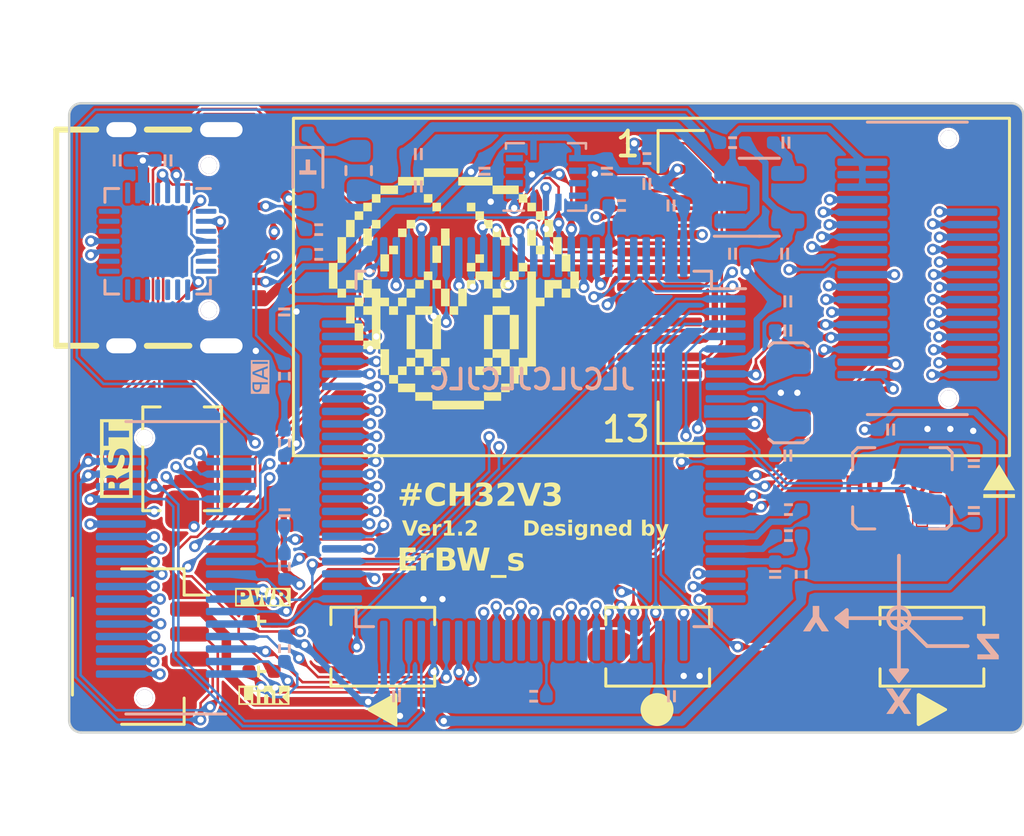
<source format=kicad_pcb>
(kicad_pcb (version 20221018) (generator pcbnew)
  (layers (0 "F.Cu" signal) (1 "In1.Cu" signal) (2 "In2.Cu" signal) (31 "B.Cu" signal) (34 "B.Paste" user) (35 "F.Paste" user) (36 "B.SilkS" user "B.Silkscreen") (37 "F.SilkS" user "F.Silkscreen") (38 "B.Mask" user) (39 "F.Mask" user) (44 "Edge.Cuts" user))
  (net 0 "")
  (net 1 "+3.3V")
  (net 2 "GND")
  (net 3 "+5VA")
  (net 4 "Net-(U2-NC)")
  (net 5 "/RST")
  (net 6 "GNDA")
  (net 7 "+3.3VA")
  (net 8 "Net-(D1-K)")
  (net 9 "+5V")
  (net 10 "Net-(D2-K)")
  (net 11 "Net-(D4-K)")
  (net 12 "/DAP_LED")
  (net 13 "/IPS_SDA")
  (net 14 "/IPS_SCL")
  (net 15 "/IPS_DC")
  (net 16 "/IPS_RES")
  (net 17 "/IPS_CS")
  (net 18 "/LEDK")
  (net 19 "/DAP_SWDIO")
  (net 20 "/DAP_SWCLK")
  (net 21 "Net-(J3-CC1)")
  (net 22 "/USB_P")
  (net 23 "/USB_N")
  (net 25 "Net-(J3-CC2)")
  (net 27 "/PE1")
  (net 28 "/PD6")
  (net 29 "/PE0")
  (net 30 "/ENC_1LSB")
  (net 31 "/PD5")
  (net 32 "/ENC_1DIR")
  (net 33 "/PD2")
  (net 34 "/AUX_SCL")
  (net 35 "/PA15")
  (net 36 "/BUZZER")
  (net 37 "/AUX_SDA")
  (net 38 "/PC1")
  (net 39 "/PC0")
  (net 40 "/PC3")
  (net 41 "/PC2")
  (net 42 "/ADC_DIS")
  (net 43 "/PA0")
  (net 44 "/PA3")
  (net 45 "/ADC_VBAT")
  (net 46 "/PC4")
  (net 47 "/PA7")
  (net 48 "/PB0")
  (net 49 "/PC5")
  (net 50 "/PE7")
  (net 51 "/PB1")
  (net 52 "/PE9")
  (net 53 "/PE8")
  (net 54 "/PE11")
  (net 55 "/PE10")
  (net 56 "/PE15")
  (net 57 "/PE14")
  (net 58 "/UART7_RX")
  (net 59 "/UART7_TX")
  (net 60 "/PB14")
  (net 61 "/PB12")
  (net 62 "/ENC_2DIR")
  (net 63 "/PD8")
  (net 64 "/ENC_2LSB")
  (net 65 "/PD10")
  (net 66 "/2PWM")
  (net 67 "/CAM_PLCK")
  (net 68 "/2DIR")
  (net 69 "/CAM_RXD")
  (net 70 "/1PWM")
  (net 71 "/CAM_TXD")
  (net 72 "/1DIR")
  (net 73 "/CAM_HREF")
  (net 74 "/PC6")
  (net 75 "/CAM_VSYNC")
  (net 76 "/PC7")
  (net 77 "/CAM_D0")
  (net 78 "/PA8")
  (net 79 "/CAM_D1")
  (net 80 "/PA11")
  (net 81 "/CAM_D2")
  (net 82 "/PA12")
  (net 83 "/CAM_D3")
  (net 84 "/UART3_TX")
  (net 85 "/CAM_D4")
  (net 86 "/UART3_RX")
  (net 87 "/CAM_D5")
  (net 88 "/CAM_D6")
  (net 89 "/CAM_D7")
  (net 90 "Net-(R11-Pad2)")
  (net 91 "Net-(U1-BOOT0)")
  (net 92 "Net-(U1-PB2{slash}BOOT1)")
  (net 93 "/ENCODER_A")
  (net 94 "/ENCODER_B")
  (net 95 "/KEY_CENTER")
  (net 97 "/IMU_CS")
  (net 98 "/IMU_SCK")
  (net 99 "/IMU_MISO")
  (net 100 "/IMU_MOSI")
  (net 126 "/OSC32_N")
  (net 127 "/OSC32_P")
  (net 128 "/OSC_N")
  (net 129 "/OSC_P")
  (net 133 "+3.3VDAC")
  (footprint "ErBW_s:LED_0402" (layer "F.Cu") (at 197.8406 111.4552)
    (fp_text reference "D4" hide)
    (fp_text value "BLUE")
  )
  (footprint "ErBW_s:IPS096" (layer "F.Cu") (at 213.7664 96.0718)
    (fp_text reference "U5" hide)
    (fp_text value "IPS096" hide)
  )
  (footprint "ErBW_s:ErBW_s_1x1cm" (layer "F.Cu") (at 205.5368 96.139)
    (fp_text reference "G***" hide)
    (fp_text value "LOGO" hide)
  )
  (footprint "ErBW_s:BUTTON_3x4" (layer "F.Cu") (at 202.692 110.4646)
    (fp_text reference "SW2" hide)
    (fp_text value "3x4")
  )
  (footprint "ErBW_s:BUTTON_3x4" (layer "F.Cu") (at 213.6902 110.4646)
    (fp_text reference "SW4" hide)
    (fp_text value "3x4")
  )
  (footprint "ErBW_s:LED_0402" (layer "F.Cu") (at 197.8406 109.4486)
    (fp_text reference "D2" hide)
    (fp_text value "GREEN")
  )
  (footprint "ErBW_s:USB-Type-C_SMD_16P" (layer "F.Cu") (at 194.7522 94.1 -90)
    (property "Reference" "J?")
    (property "Value" "USB-Type-C")
    (fp_text reference "J3" hide)
    (fp_text value "USB-Type-C")
  )
  (footprint "ErBW_s:BUTTON_3x4" (layer "F.Cu") (at 194.6656 102.9462 -90)
    (fp_text reference "SW1" hide)
    (fp_text value "3x4")
  )
  (footprint "Connector_JST:JST_SH_SM04B-SRSS-TB_1x04-1MP_P1.00mm_Horizontal" (layer "F.Cu") (at 192.9592 110.4586 -90)
    (fp_text reference "J2" hide)
    (fp_text value "SH1.0_4P")
  )
  (footprint "ErBW_s:BUTTON_3x4" (layer "F.Cu") (at 224.663 110.4646)
    (fp_text reference "SW3" hide)
    (fp_text value "3x4")
  )
  (footprint "ErBW_s:C_0402" (layer "B.Cu") (at 203.242431 112.445801 180)
    (fp_text reference "C16" hide)
    (fp_text value "100nF")
  )
  (footprint "ErBW_s:C_0402" (layer "B.Cu") (at 204.1144 92.0496 180)
    (fp_text reference "C4" hide)
    (fp_text value "10uF")
  )
  (footprint "ErBW_s:C_0402" (layer "B.Cu") (at 206.756 91.44 90)
    (fp_text reference "C21" hide)
    (fp_text value "100nF")
  )
  (footprint "ErBW_s:R_0402" (layer "B.Cu") (at 219.4306 107.569 -90)
    (fp_text reference "R3" hide)
    (fp_text value "0R")
  )
  (footprint "ErBW_s:BTB_Connector_02x18" (layer "B.Cu") (at 194.4116 106.807 180)
    (fp_text reference "J5" hide)
    (fp_text value "BTB_02X18")
  )
  (footprint "ErBW_s:C_0402" (layer "B.Cu") (at 226.3394 103.1358 -90)
    (fp_text reference "C11" hide)
    (fp_text value "20pF")
  )
  (footprint "ErBW_s:R_0402" (layer "B.Cu") (at 218.9226 106.0196 180)
    (fp_text reference "R6" hide)
    (fp_text value "0R")
  )
  (footprint "ErBW_s:SOD-323" (layer "B.Cu") (at 199.6948 91.2876 90)
    (fp_text reference "D1" hide)
    (fp_text value "1N5819")
  )
  (footprint "ErBW_s:C_0402" (layer "B.Cu") (at 194.096801 91.0082 180)
    (fp_text reference "C19" hide)
    (fp_text value "100nF")
  )
  (footprint "ErBW_s:C_0402" (layer "B.Cu") (at 211.6582 91.44 90)
    (fp_text reference "C20" hide)
    (fp_text value "100nF")
  )
  (footprint "Package_TO_SOT_SMD:SOT-23-5" (layer "B.Cu") (at 217.7542 92.4814)
    (fp_text reference "U2" hide)
    (fp_text value "RT9013-33GB")
  )
  (footprint "ErBW_s:C_0402" (layer "B.Cu") (at 216.6874 94.742 180)
    (fp_text reference "C3" hide)
    (fp_text value "10uF")
  )
  (footprint "ErBW_s:C_0402" (layer "B.Cu") (at 218.821 90.297)
    (fp_text reference "C6" hide)
    (fp_text value "10nF")
  )
  (footprint "ErBW_s:C_0402" (layer "B.Cu") (at 218.3892 107.569 -90)
    (fp_text reference "C17" hide)
    (fp_text value "100nF")
  )
  (footprint "ErBW_s:BTB_Connector_02x18" (layer "B.Cu") (at 224.0788 95.8262)
    (fp_text reference "J4" hide)
    (fp_text value "BTB_02X18")
  )
  (footprint "ErBW_s:R_0402" (layer "B.Cu") (at 198.755 99.6442 90)
    (fp_text reference "R12" hide)
    (fp_text value "0R")
  )
  (footprint "ErBW_s:R_0402" (layer "B.Cu") (at 208.728832 112.4458)
    (fp_text reference "R14" hide)
    (fp_text value "10K")
  )
  (footprint "ErBW_s:R_0402" (layer "B.Cu") (at 198.755 102.3112 90)
    (fp_text reference "R11" hide)
    (fp_text value "10K")
  )
  (footprint "Fuse:Fuse_0603_1608Metric" (layer "B.Cu") (at 201.7268 91.4146 -90)
    (fp_text reference "F1" hide)
    (fp_text value "500mA")
  )
  (footprint "ErBW_s:C_0402" (layer "B.Cu") (at 223.012 101.7778 180)
    (fp_text reference "C22" hide)
    (fp_text value "100nF")
  )
  (footprint "ErBW_s:R_0402" (layer "B.Cu") (at 213.2584 90.932 180)
    (fp_text reference "R1" hide)
    (fp_text value "10R")
  )
  (footprint "ErBW_s:C_0402" (layer "B.Cu") (at 192.064801 91.0082)
    (fp_text reference "C18" hide)
    (fp_text value "100nF")
  )
  (footprint "Package_QFP:LQFP-100_14x14mm_P0.5mm" (layer "B.Cu") (at 208.731497 102.55038 180)
    (fp_text reference "U1" hide)
    (fp_text value "~")
  )
  (footprint "ErBW_s:C_0402" (layer "B.Cu") (at 214.2236 92.8116)
    (fp_text reference "C12" hide)
    (fp_text value "100nF")
  )
  (footprint "ErBW_s:R_0402" (layer "B.Cu") (at 212.2424 92.8116 180)
    (fp_text reference "R13" hide)
    (fp_text value "10K")
  )
  (footprint "ErBW_s:R_0402" (layer "B.Cu") (at 216.6874 90.297 180)
    (fp_text reference "R4" hide)
    (fp_text value "10K")
  )
  (footprint "ErBW_s:C_0402" (layer "B.Cu") (at 204.1144 90.7542 180)
    (fp_text reference "C5" hide)
    (fp_text value "100nF")
  )
  (footprint "ErBW_s:C_0402" (layer "B.Cu") (at 218.7702 94.742)
    (fp_text reference "C2" hide)
    (fp_text value "100nF")
  )
  (footprint "Package_DFN_QFN:QFN-28-1EP_4x4mm_P0.4mm_EP2.3x2.3mm" (layer "B.Cu") (at 193.6842 94.2432 180)
    (fp_text reference "U4" hide)
    (fp_text value "~")
  )
  (footprint "ErBW_s:C_0402" (layer "B.Cu") (at 218.8972 102.8192)
    (fp_text reference "C7" hide)
    (fp_text value "12pF")
  )
  (footprint "ErBW_s:C_0402" (layer "B.Cu") (at 226.3394 105.0154 90)
    (fp_text reference "C10" hide)
    (fp_text value "20pF")
  )
  (footprint "ErBW_s:R_0402" (layer "B.Cu") (at 200.1266 93.7768)
    (fp_text reference "R7" hide)
    (fp_text value "4.7K")
  )
  (footprint "ErBW_s:C_0402" (layer "B.Cu") (at 218.8972 96.647 180)
    (fp_text reference "C13" hide)
    (fp_text value "100nF")
  )
  (footprint "ErBW_s:R_0402" (layer "B.Cu") (at 218.9226 104.9782 180)
    (fp_text reference "R2" hide)
    (fp_text value "0R")
  )
  (footprint "ErBW_s:C_0402" (layer "B.Cu") (at 213.2584 91.948 180)
    (fp_text reference "C1" hide)
    (fp_text value "1uF")
  )
  (footprint "ErBW_s:Crystal_SMD_3225_4P" (layer "B.Cu") (at 223.4692 104.1264 180)
    (fp_text reference "Y2" hide)
    (fp_text value "8MHz")
  )
  (footprint "ErBW_s:C_0402" (layer "B.Cu") (at 198.755 105.1052 90)
    (fp_text reference "C9" hide)
    (fp_text value "100nF")
  )
  (footprint "ErBW_s:R_0402" (layer "B.Cu") (at 200.1266 94.7674)
    (fp_text reference "R8" hide)
    (fp_text value "4.7K")
  )
  (footprint "ErBW_s:C_0402" (layer "B.Cu") (at 218.8972 97.8154)
    (fp_text reference "C8" hide)
    (fp_text value "12pF")
  )
  (footprint "Package_LGA:Bosch_LGA-14_3x2.5mm_P0.5mm" (layer "B.Cu") (at 209.2198 91.6686)
    (fp_text reference "U3" hide)
    (fp_text value "BMI270")
  )
  (footprint "ErBW_s:C_0402" (layer "B.Cu") (at 198.746631 97.07198 90)
    (fp_text reference "C15" hide)
    (fp_text value "100nF")
  )
  (footprint "ErBW_s:C_0402" (layer "B.Cu") (at 214.240631 112.445801 180)
    (fp_text reference "C14" hide)
    (fp_text value "100nF")
  )
  (footprint "ErBW_s:Crystal_SMD_3215_FC-135_2P" (layer "B.Cu") (at 218.9226 100.3046 -90)
    (fp_text reference "Y1" hide)
    (fp_text value "32.768KHz")
  )
  (footprint "ErBW_s:R_0402" (layer "B.Cu") (at 198.755 110.5408 -90)
    (fp_text reference "R10" hide)
    (fp_text value "10K")
  )
  (footprint "ErBW_s:R_0402" (layer "B.Cu") (at 198.755 107.2642 90)
    (fp_text reference "R5" hide)
    (fp_text value "10K")
  )
  (gr_poly (pts (xy 220.8422 109.3216) (xy 221.2594 108.9936) (xy 221.2594 109.654)) (stroke (width 0.15)) (fill solid) (layer "B.SilkS"))
  (gr_line (start 223.3422 106.8216) (end 223.3422 111.8216) (stroke (width 0.15)) (layer "B.SilkS"))
  (gr_line (start 220.8422 109.3216) (end 225.8422 109.3216) (stroke (width 0.15)) (layer "B.SilkS"))
  (gr_line (start 224.4706 110.4392) (end 226.0962 110.4392) (stroke (width 0.15)) (layer "B.SilkS"))
  (gr_line (start 223.3422 109.3216) (end 224.4706 110.4392) (stroke (width 0.15)) (layer "B.SilkS"))
  (gr_circle (center 223.3422 109.3216) (end 223.0098 109.0422) (stroke (width 0.15)) (fill none) (layer "B.SilkS"))
  (gr_poly (pts (xy 223.3422 111.8216) (xy 223.0142 111.4044) (xy 223.6746 111.4044)) (stroke (width 0.15)) (fill solid) (layer "B.SilkS"))
  (gr_poly (pts (xy 224.1296 112.395488) (xy 225.171 112.979526) (xy 224.1296 113.563562)) (stroke (width 0.15)) (fill solid) (layer "F.SilkS"))
  (gr_circle (center 213.6648 112.9792) (end 214.248838 112.9792) (stroke (width 0.15)) (fill solid) (layer "F.SilkS"))
  (gr_poly (pts (xy 203.2 113.563399) (xy 202.1586 112.979362) (xy 203.2 112.395325)) (stroke (width 0.15)) (fill solid) (layer "F.SilkS"))
  (gr_rect (start 226.716029 104.35835) (end 227.986029 104.51075) (fill solid) (layer "F.SilkS"))
  (gr_poly (pts (xy 227.986029 104.20595) (xy 226.716029 104.206261) (xy 227.351029 103.16455)) (fill solid) (layer "F.SilkS"))
  (gr_arc (start 227.838 88.7222) (mid 228.17925 88.86355) (end 228.3206 89.2048) (stroke (width 0.1)) (layer "Edge.Cuts"))
  (gr_arc (start 228.3206 113.411) (mid 228.17925 113.75225) (end 227.838 113.8936) (stroke (width 0.1)) (layer "Edge.Cuts"))
  (gr_line (start 190.627 88.7222) (end 227.838 88.7222) (stroke (width 0.1)) (layer "Edge.Cuts"))
  (gr_arc (start 190.627 113.8936) (mid 190.28575 113.75225) (end 190.1444 113.411) (stroke (width 0.1)) (layer "Edge.Cuts"))
  (gr_arc (start 190.1444 89.2048) (mid 190.28575 88.86355) (end 190.627 88.7222) (stroke (width 0.1)) (layer "Edge.Cuts"))
  (gr_line (start 227.838 113.8936) (end 190.627 113.8936) (stroke (width 0.1)) (layer "Edge.Cuts"))
  (gr_line (start 190.1444 113.411) (end 190.1444 89.2048) (stroke (width 0.1)) (layer "Edge.Cuts"))
  (gr_line (start 228.3206 89.2048) (end 228.3206 113.411) (stroke (width 0.1)) (layer "Edge.Cuts"))
  (gr_text "SCEP" (at 209.8294 104.8512) (layer "F.Cu") (effects (font (size 0.7 0.7) (thickness 0.175) bold) (justify left bottom)))
  (gr_text "DHU 2023\n敏感词汇队" (at 223.0882 104.6226) (layer "F.Cu") (effects (font (size 0.7 0.7) (thickness 0.175) bold)))
  (gr_text "JLCJLCJLCJLC" (at 208.661 99.7712) (layer "B.SilkS") (effects (font (size 0.8 0.8)) (justify mirror)))
  (gr_text "X" (at 222.7942 111.9632 -180) (layer "B.SilkS") (effects (font (size 1 1)) (justify left bottom mirror)))
  (gr_text "Z" (at 226.401 109.7788 180) (layer "B.SilkS") (effects (font (size 1 1)) (justify left bottom mirror)))
  (gr_text "Y" (at 219.5176 108.6612 -180) (layer "B.SilkS") (effects (font (size 1 1)) (justify left bottom mirror)))
  (gr_text "IAP" (at 197.8406 99.6442 90) (layer "B.SilkS" knockout) (effects (font (size 0.6 0.6) (thickness 0.0875)) (justify mirror)))
  (gr_text "Link" (at 197.8914 112.8268) (layer "F.SilkS" knockout) (effects (font (size 0.6 0.6) (thickness 0.12) bold) (justify bottom)))
  (gr_text "Ver1.2      Designed by" (at 203.454 106.1212) (layer "F.SilkS") (effects (font (size 0.6 0.6) (thickness 0.1) bold) (justify left bottom)))
  (gr_text "#CH32V3" (at 203.2762 104.9782) (layer "F.SilkS") (effects (font (size 0.9 0.9) (thickness 0.2) bold) (justify left bottom)))
  (gr_text "ErBW_s" (at 203.2508 107.569) (layer "F.SilkS") (effects (font (size 0.9 0.9) (thickness 0.2) bold) (justify left bottom)))
  (gr_text "RST" (at 192.1256 102.997 90) (layer "F.SilkS" knockout) (effects (font (size 1 1) (thickness 0.25) bold)))
  (gr_text "PWR" (at 197.866 108.8898) (layer "F.SilkS" knockout) (effects (font (size 0.6 0.6) (thickness 0.12) bold) (justify bottom)))
  (segment (start 215.9762 97.79) (end 215.9762 91.934567) (width 0.254) (layer "F.Cu") (net 1))
  (segment (start 215.9762 91.934567) (end 215.405433 91.3638) (width 0.254) (layer "F.Cu") (net 1))
  (segment (start 212.0892 98.1718) (end 211.8378 98.4232) (width 0.254) (layer "F.Cu") (net 1))
  (segment (start 196.4327 111.5205) (end 196.4327 110.031876) (width 0.381) (layer "F.Cu") (net 1))
  (segment (start 197.581576 112.669376) (end 196.4327 111.5205) (width 0.381) (layer "F.Cu") (net 1))
  (segment (start 198.7296 107.3404) (end 199.362622 107.973422) (width 0.254) (layer "F.Cu") (net 1))
  (segment (start 199.2376 102.3366) (end 198.7296 102.8446) (width 0.254) (layer "F.Cu") (net 1))
  (segment (start 204.363376 112.669376) (end 197.581576 112.669376) (width 0.381) (layer "F.Cu") (net 1))
  (segment (start 213.7664 98.1718) (end 212.0892 98.1718) (width 0.254) (layer "F.Cu") (net 1))
  (segment (start 205.1304 113.4364) (end 204.363376 112.669376) (width 0.381) (layer "F.Cu") (net 1))
  (segment (start 212.1192 99.5718) (end 213.7664 99.5718) (width 0.254) (layer "F.Cu") (net 1))
  (segment (start 213.7664 98.1718) (end 215.5944 98.1718) (width 0.254) (layer "F.Cu") (net 1))
  (segment (start 198.7296 102.8446) (end 198.7296 107.3404) (width 0.254) (layer "F.Cu") (net 1))
  (segment (start 215.5944 98.1718) (end 215.9762 97.79) (width 0.254) (layer "F.Cu") (net 1))
  (segment (start 211.8378 98.4232) (end 211.8378 99.2904) (width 0.254) (layer "F.Cu") (net 1))
  (segment (start 196.4327 110.031876) (end 195.359424 108.9586) (width 0.381) (layer "F.Cu") (net 1))
  (segment (start 211.8378 99.2904) (end 212.1192 99.5718) (width 0.254) (layer "F.Cu") (net 1))
  (segment (start 215.405433 91.3638) (end 214.4776 91.3638) (width 0.254) (layer "F.Cu") (net 1))
  (segment (start 195.359424 108.9586) (end 194.9592 108.9586) (width 0.381) (layer "F.Cu") (net 1))
  (via (at 217.5764 101.5492) (size 0.4572) (drill 0.254) (layers "F.Cu" "B.Cu") (net 1))
  (via (at 221.9701 101.7778) (size 0.4572) (drill 0.254) (layers "F.Cu" "B.Cu") (net 1))
  (via (at 217.233453 95.451297) (size 0.4572) (drill 0.254) (layers "F.Cu" "B.Cu") (net 1))
  (via (at 199.5623 110.3884) (size 0.4572) (drill 0.254) (layers "F.Cu" "B.Cu") (net 1))
  (via (at 202.1078 112.669376) (size 0.4572) (drill 0.254) (layers "F.Cu" "B.Cu") (net 1))
  (via (at 199.362622 107.973422) (size 0.4572) (drill 0.254) (layers "F.Cu" "B.Cu") (net 1))
  (via (at 199.2376 102.3366) (size 0.4572) (drill 0.254) (layers "F.Cu" "B.Cu") (net 1))
  (via (at 205.1304 113.4364) (size 0.4572) (drill 0.254) (layers "F.Cu" "B.Cu") (net 1))
  (via (at 193.0908 91.0082) (size 0.4572) (drill 0.254) (layers "F.Cu" "B.Cu") (net 1))
  (via (at 214.4776 91.3638) (size 0.4572) (drill 0.254) (layers "F.Cu" "B.Cu") (net 1))
  (via (at 206.2226 91.4654) (size 0.4572) (drill 0.254) (layers "F.Cu" "B.Cu") (net 1))
  (segment (start 199.273562 110.3884) (end 199.5623 110.3884) (width 0.254) (layer "B.Cu") (net 1))
  (segment (start 202.731497 110.206801) (end 202.731497 112.442867) (width 0.254) (layer "B.Cu") (net 1))
  (segment (start 218.8917 94.1125) (end 218.2622 94.742) (width 0.381) (layer "B.Cu") (net 1))
  (segment (start 193.0908 91.0082) (end 193.0908 92.4306) (width 0.381) (layer "B.Cu") (net 1))
  (segment (start 213.868 91.948) (end 214.7316 92.8116) (width 0.254) (layer "B.Cu") (net 1))
  (segment (start 216.406497 99.05038) (end 217.135852 99.05038) (width 0.254) (layer "B.Cu") (net 1))
  (segment (start 213.233 91.4146) (end 212.1408 91.4146) (width 0.254) (layer "B.Cu") (net 1))
  (segment (start 217.1954 90.297) (end 218.0006 91.1022) (width 0.254) (layer "B.Cu") (net 1))
  (segment (start 201.056497 96.55038) (end 198.760231 96.55038) (width 0.254) (layer "B.Cu") (net 1))
  (segment (start 198.746631 96.034501) (end 198.746631 96.56398) (width 0.254) (layer "B.Cu") (net 1))
  (segment (start 198.755 107.7722) (end 199.1614 107.7722) (width 0.254) (layer "B.Cu") (net 1))
  (segment (start 198.755 110.0328) (end 198.917962 110.0328) (width 0.254) (layer "B.Cu") (net 1))
  (segment (start 213.8934 91.948) (end 213.7664 91.948) (width 0.254) (layer "B.Cu") (net 1))
  (segment (start 217.5764 101.5492) (end 216.407677 101.5492) (width 0.254) (layer "B.Cu") (net 1))
  (segment (start 223.202 101.0798) (end 226.378 101.0798) (width 0.254) (layer "B.Cu") (net 1))
  (segment (start 202.734431 112.445801) (end 202.505832 112.6744) (width 0.254) (layer "B.Cu") (net 1))
  (segment (start 217.1954 94.742) (end 218.2622 94.742) (width 0.381) (layer "B.Cu") (net 1))
  (segment (start 213.731497 110.206801) (end 213.731497 112.444667) (width 0.254) (layer "B.Cu") (net 1))
  (segment (start 213.732631 113.402631) (end 213.7664 113.4364) (width 0.254) (layer "B.Cu") (net 1))
  (segment (start 225.3488 108.077) (end 219.4306 108.077) (width 0.254) (layer "B.Cu") (net 1))
  (segment (start 227.457 102.1588) (end 227.457 105.9688) (width 0.254) (layer "B.Cu") (net 1))
  (segment (start 202.505832 112.6744) (end 202.112824 112.6744) (width 0.254) (layer "B.Cu") (net 1))
  (segment (start 218.0006 92.5403) (end 218.8917 93.4314) (width 0.254) (layer "B.Cu") (net 1))
  (segment (start 199.2376 98.861906) (end 199.2376 102.3366) (width 0.254) (layer "B.Cu") (net 1))
  (segment (start 206.756 90.932) (end 207.598 90.09) (width 0.254) (layer "B.Cu") (net 1))
  (segment (start 198.746631 96.56398) (end 198.264031 97.04658) (width 0.254) (layer "B.Cu") (net 1))
  (segment (start 214.4776 91.3638) (end 213.8934 91.948) (width 0.254) (layer "B.Cu") (net 1))
  (segment (start 192.572801 91.0082) (end 193.0908 91.0082) (width 0.381) (layer "B.Cu") (net 1))
  (segment (start 219.4306 108.077) (end 219.4306 108.660982) (width 0.381) (layer "B.Cu") (net 1))
  (segment (start 198.760231 96.55038) (end 198.746631 96.56398) (width 0.254) (layer "B.Cu") (net 1))
  (segment (start 201.843276 112.669376) (end 199.5623 110.3884) (width 0.254) (layer "B.Cu") (net 1))
  (segment (start 217.1954 94.742) (end 217.1954 95.4532) (width 0.381) (layer "B.Cu") (net 1))
  (segment (start 213.7664 91.948) (end 213.233 91.4146) (width 0.254) (layer "B.Cu") (net 1))
  (segment (start 203.1492 93.0148) (end 200.914 95.25) (width 0.254) (layer "B.Cu") (net 1))
  (segment (start 206.756 90.932) (end 206.2226 91.4654) (width 0.254) (layer "B.Cu") (net 1))
  (segment (start 217.23155 95.4532) (end 217.233453 95.451297) (width 0.381) (layer "B.Cu") (net 1))
  (segment (start 214.731497 92.811703) (end 214.7316 92.8116) (width 0.254) (layer "B.Cu") (net 1))
  (segment (start 222.504 101.7778) (end 221.9701 101.7778) (width 0.254) (layer "B.Cu") (net 1))
  (segment (start 217.1954 95.4532) (end 217.23155 95.4532) (width 0.381) (layer "B.Cu") (net 1))
  (segment (start 198.917962 110.0328) (end 199.273562 110.3884) (width 0.254) (layer "B.Cu") (net 1))
  (segment (start 199.1614 107.7722) (end 199.362622 107.973422) (width 0.254) (layer "B.Cu") (net 1))
  (segment (start 213.7664 113.4364) (end 205.1304 113.4364) (width 0.381) (layer "B.Cu") (net 1))
  (segment (start 208.8662 90.09) (end 210.0734 90.09) (width 0.254) (layer "B.Cu") (net 1))
  (segment (start 213.731497 112.444667) (end 213.732631 112.445801) (width 0.254) (layer "B.Cu") (net 1))
  (segment (start 210.4823 90.9186) (end 211.6448 90.9186) (width 0.254) (layer "B.Cu") (net 1))
  (segment (start 219.4306 108.660982) (end 214.655182 113.4364) (width 0.381) (layer "B.Cu") (net 1))
  (segment (start 193.0908 91.0082) (end 193.588801 91.0082) (width 0.381) (layer "B.Cu") (net 1))
  (segment (start 218.8917 93.4314) (end 218.8917 94.1125) (width 0.381) (layer "B.Cu") (net 1))
  (segment (start 202.731497 112.442867) (end 202.734431 112.445801) (width 0.254) (layer "B.Cu") (net 1))
  (segment (start 217.1954 95.4532) (end 218.3892 96.647) (width 0.381) (layer "B.Cu") (net 1))
  (segment (start 226.378 101.0798) (end 227.457 102.1588) (width 0.254) (layer "B.Cu") (net 1))
  (segment (start 210.0734 90.09) (end 210.4823 90.4989) (width 0.254) (layer "B.Cu") (net 1))
  (segment (start 214.731497 94.87538) (end 214.731497 92.811703) (width 0.254) (layer "B.Cu") (net 1))
  (segment (start 217.6526 98.533632) (end 217.6526 97.3836) (width 0.254) (layer "B.Cu") (net 1))
  (segment (start 198.264031 97.04658) (end 198.264031 97.888337) (width 0.254) (layer "B.Cu") (net 1))
  (segment (start 200.914 95.25) (end 199.531132 95.25) (width 0.254) (layer "B.Cu") (net 1))
  (segment (start 213.732631 112.445801) (end 213.732631 113.402631) (width 0.254) (layer "B.Cu") (net 1))
  (segment (start 204.6732 93.0148) (end 203.1492 93.0148) (width 0.254) (layer "B.Cu") (net 1))
  (segment (start 208.7198 90.6561) (end 208.7198 90.098) (width 0.254) (layer "B.Cu") (net 1))
  (segment (start 199.2376 102.3366) (end 198.755 102.8192) (width 0.254) (layer "B.Cu") (net 1))
  (segment (start 208.7198 90.098) (end 208.7118 90.09) (width 0.254) (layer "B.Cu") (net 1))
  (segment (start 202.112824 112.6744) (end 202.1078 112.669376) (width 0.254) (layer "B.Cu") (net 1))
  (segment (start 214.655182 113.4364) (end 213.7664 113.4364) (width 0.381) (layer "B.Cu") (net 1))
  (segment (start 212.1408 91.4146) (end 211.6582 90.932) (width 0.254) (layer "B.Cu") (net 1))
  (segment (start 217.135852 99.05038) (end 217.6526 98.533632) (width 0.254) (layer "B.Cu") (net 1))
  (segment (start 216.407677 101.5492) (end 216.406497 101.55038) (width 0.254) (layer "B.Cu") (net 1))
  (segment (start 213.7664 91.948) (end 213.868 91.948) (width 0.254) (layer "B.Cu") (net 1))
  (segment (start 227.457 105.9688) (end 225.3488 108.077) (width 0.254) (layer "B.Cu") (net 1))
  (segment (start 206.2226 91.4654) (end 204.6732 93.0148) (width 0.254) (layer "B.Cu") (net 1))
  (segment (start 222.504 101.7778) (end 223.202 101.0798) (width 0.254) (layer "B.Cu") (net 1))
  (segment (start 199.531132 95.25) (end 198.746631 96.034501) (width 0.254) (layer "B.Cu") (net 1))
  (segment (start 211.6448 90.9186) (end 211.6582 90.932) (width 0.254) (layer "B.Cu") (net 1))
  (segment (start 202.1078 112.669376) (end 201.843276 112.669376) (width 0.254) (layer "B.Cu") (net 1))
  (segment (start 217.6526 97.3836) (end 218.3892 96.647) (width 0.254) (layer "B.Cu") (net 1))
  (segment (start 198.264031 97.888337) (end 199.2376 98.861906) (width 0.254) (layer "B.Cu") (net 1))
  (segment (start 210.4823 90.4989) (end 210.4823 90.9186) (width 0.254) (layer "B.Cu") (net 1))
  (segment (start 207.598 90.09) (end 208.8662 90.09) (width 0.254) (layer "B.Cu") (net 1))
  (segment (start 218.0006 91.1022) (end 218.0006 92.5403) (width 0.254) (layer "B.Cu") (net 1))
  (via (at 204.3176 108.5596) (size 0.4572) (drill 0.254) (layers "F.Cu" "B.Cu") (net 2))
  (via (at 226.314 101.8286) (size 0.4572) (drill 0.254) (layers "F.Cu" "B.Cu") (net 2))
  (via (at 203.3778 113.2332) (size 0.4572) (drill 0.254) (layers "F.Cu" "B.Cu") (net 2))
  (via (at 224.4852 101.7524) (size 0.4572) (drill 0.254) (layers "F.Cu" "B.Cu") (net 2))
  (via (at 207.01 92.6592) (size 0.4572) (drill 0.254) (layers "F.Cu" "B.Cu") (net 2))
  (via (at 218.6178 100.3046) (size 0.4572) (drill 0.254) (layers "F.Cu" "B.Cu") (net 2))
  (via (at 225.3996 101.7524) (size 0.4572) (drill 0.254) (layers "F.Cu" "B.Cu") (net 2))
  (via (at 205.0796 108.5596) (size 0.4572) (drill 0.254) (layers "F.Cu" "B.Cu") (net 2))
  (via (at 208.661 91.567) (size 0.4572) (drill 0.254) (layers "F.Cu" "B.Cu") (net 2))
  (via (at 215.3666 111.633) (size 0.4572) (drill 0.254) (layers "F.Cu" "B.Cu") (net 2))
  (via (at 214.7316 111.633) (size 0.4572) (drill 0.254) (layers "F.Cu" "B.Cu") (net 2))
  (via (at 197.612 98.6282) (size 0.4572) (drill 0.254) (layers "F.Cu" "B.Cu") (net 2))
  (via (at 217.5764 100.965) (size 0.4572) (drill 0.254) (layers "F.Cu" "B.Cu") (net 2))
  (via (at 199.2376 97.0534) (size 0.4572) (drill 0.254) (layers "F.Cu" "B.Cu") (net 2))
  (via (at 211.1756 91.5416) (size 0.4572) (drill 0.254) (layers "F.Cu" "B.Cu") (net 2))
  (via (at 219.2782 100.3046) (size 0.4572) (drill 0.254) (layers "F.Cu" "B.Cu") (net 2))
  (segment (start 203.6064 90.7542) (end 203.6064 92.0496) (width 0.381) (layer "B.Cu") (net 3))
  (segment (start 220.5408 89.7382) (end 216.9922 89.7382) (width 0.254) (layer "B.Cu") (net 3))
  (segment (start 203.4539 92.2021) (end 203.6064 92.0496) (width 0.381) (layer "B.Cu") (net 3))
  (segment (start 216.6167 91.5314) (end 217.171412 91.5314) (width 0.381) (layer "B.Cu") (net 3))
  (segment (start 203.6064 90.7542) (end 204.6897 89.6709) (width 0.381) (layer "B.Cu") (net 3))
  (segment (start 217.5713 93.0707) (end 217.2106 93.4314) (width 0.381) (layer "B.Cu") (net 3))
  (segment (start 216.2962 91.5314) (end 216.6167 91.5314) (width 0.381) (layer "B.Cu") (net 3))
  (segment (start 204.6897 89.6709) (end 214.4357 89.6709) (width 0.381) (layer "B.Cu") (net 3))
  (segment (start 216.6874 91.4607) (end 216.6167 91.5314) (width 0.254) (layer "B.Cu") (net 3))
  (segment (start 216.9922 89.7382) (end 216.6874 90.043) (width 0.254) (layer "B.Cu") (net 3))
  (segment (start 201.7268 92.2021) (end 203.4539 92.2021) (width 0.381) (layer "B.Cu") (net 3))
  (segment (start 221.8788 91.0762) (end 221.8788 92.0762) (width 0.254) (layer "B.Cu") (net 3))
  (segment (start 221.8788 91.0762) (end 220.5408 89.7382) (width 0.254) (layer "B.Cu") (net 3))
  (segment (start 217.2106 93.4314) (end 216.6167 93.4314) (width 0.381) (layer "B.Cu") (net 3))
  (segment (start 214.4357 89.6709) (end 216.2962 91.5314) (width 0.381) (layer "B.Cu") (net 3))
  (segment (start 216.6874 90.043) (end 216.6874 91.4607) (width 0.254) (layer "B.Cu") (net 3))
  (segment (start 217.171412 91.5314) (end 217.5713 91.931288) (width 0.381) (layer "B.Cu") (net 3))
  (segment (start 217.5713 91.931288) (end 217.5713 93.0707) (width 0.381) (layer "B.Cu") (net 3))
  (segment (start 218.8917 91.5314) (end 218.8917 90.8757) (width 0.381) (layer "B.Cu") (net 4))
  (segment (start 218.8917 90.8757) (end 218.313 90.297) (width 0.381) (layer "B.Cu") (net 4))
  (segment (start 195.139757 105.455357) (end 194.6656 104.9812) (width 0.1016) (layer "F.Cu") (net 5))
  (segment (start 202.332059 106.171202) (end 202.917057 106.7562) (width 0.1016) (layer "F.Cu") (net 5))
  (segment (start 199.1868 106.171202) (end 202.332059 106.171202) (width 0.1016) (layer "F.Cu") (net 5))
  (segment (start 214.640345 105.653655) (end 214.640345 103.058145) (width 0.1016) (layer "F.Cu") (net 5))
  (segment (start 195.139757 105.655557) (end 195.139757 105.455357) (width 0.1016) (layer "F.Cu") (net 5))
  (segment (start 202.917057 106.7562) (end 213.5378 106.7562) (width 0.1016) (layer "F.Cu") (net 5))
  (segment (start 213.5378 106.7562) (end 214.640345 105.653655) (width 0.1016) (layer "F.Cu") (net 5))
  (via (at 195.139757 105.655557) (size 0.4572) (drill 0.254) (layers "F.Cu" "B.Cu") (net 5))
  (via (at 214.640345 103.058145) (size 0.4572) (drill 0.254) (layers "F.Cu" "B.Cu") (net 5))
  (via (at 199.1868 106.171202) (size 0.4572) (drill 0.254) (layers "F.Cu" "B.Cu") (net 5))
  (segment (start 198.755 106.1974) (end 199.160602 106.1974) (width 0.1016) (layer "B.Cu") (net 5))
  (segment (start 199.160602 106.1974) (end 199.1868 106.171202) (width 0.1016) (layer "B.Cu") (net 5))
  (segment (start 198.755 106.1974) (end 198.755 105.6132) (width 0.1016) (layer "B.Cu") (net 5))
  (segment (start 214.640345 103.058145) (end 216.398732 103.058145) (width 0.1016) (layer "B.Cu") (net 5))
  (segment (start 216.398732 103.058145) (end 216.406497 103.05038) (width 0.1016) (layer "B.Cu") (net 5))
  (segment (start 198.755 106.7562) (end 198.755 106.1974) (width 0.1016) (layer "B.Cu") (net 5))
  (segment (start 217.626926 106.05038) (end 218.216506 105.4608) (width 0.254) (layer "B.Cu") (net 6))
  (segment (start 216.406497 106.05038) (end 217.626926 106.05038) (width 0.254) (layer "B.Cu") (net 6))
  (segment (start 218.948 105.4608) (end 219.4306 104.9782) (width 0.254) (layer "B.Cu") (net 6))
  (segment (start 218.216506 105.4608) (end 218.948 105.4608) (width 0.254) (layer "B.Cu") (net 6))
  (segment (start 216.406497 107.05038) (end 219.41998 107.05038) (width 0.254) (layer "B.Cu") (net 7))
  (segment (start 219.41998 107.05038) (end 219.4306 107.061) (width 0.254) (layer "B.Cu") (net 7))
  (segment (start 219.4306 106.0196) (end 219.4306 107.061) (width 0.254) (layer "B.Cu") (net 7))
  (segment (start 200.3633 90.6271) (end 199.6948 89.9586) (width 0.381) (layer "B.Cu") (net 8))
  (segment (start 201.7268 90.6271) (end 200.3633 90.6271) (width 0.381) (layer "B.Cu") (net 8))
  (segment (start 198.9328 92.5322) (end 197.9506 91.55) (width 0.381) (layer "F.Cu") (net 9))
  (segment (start 197.9646 96.65) (end 197.2722 96.65) (width 0.381) (layer "F.Cu") (net 9))
  (segment (start 197.9506 91.55) (end 197.2722 91.55) (width 0.381) (layer "F.Cu") (net 9))
  (segment (start 198.9328 92.5322) (end 198.9328 95.6818) (width 0.381) (layer "F.Cu") (net 9))
  (segment (start 198.9328 95.6818) (end 197.9646 96.65) (width 0.381) (layer "F.Cu") (net 9))
  (via (at 198.9328 92.5322) (size 0.4572) (drill 0.254) (layers "F.Cu" "B.Cu") (net 9))
  (segment (start 199.0172 92.6166) (end 199.6948 92.6166) (width 0.381) (layer "B.Cu") (net 9))
  (segment (start 198.9328 92.5322) (end 199.0172 92.6166) (width 0.381) (layer "B.Cu") (net 9))
  (segment (start 199.386741 109.855) (end 197.739 109.855) (width 0.1016) (layer "F.Cu") (net 10))
  (segment (start 197.739 109.855) (end 197.3326 109.4486) (width 0.1016) (layer "F.Cu") (net 10))
  (via (at 199.386741 109.855) (size 0.4572) (drill 0.254) (layers "F.Cu" "B.Cu") (net 10))
  (via (at 197.5866 102.3112) (size 0.4572) (drill 0.254) (layers "F.Cu" "B.Cu") (net 10))
  (segment (start 191.516 99.949) (end 195.2244 99.949) (width 0.1016) (layer "B.Cu") (net 10))
  (segment (start 190.4492 98.8822) (end 191.516 99.949) (width 0.1016) (layer "B.Cu") (net 10))
  (segment (start 195.2244 99.949) (end 197.5866 102.3112) (width 0.1016) (layer "B.Cu") (net 10))
  (segment (start 190.4492 89.7128) (end 190.4492 98.8822) (width 0.1016) (layer "B.Cu") (net 10))
  (segment (start 191.1858 88.9762) (end 190.4492 89.7128) (width 0.1016) (layer "B.Cu") (net 10))
  (segment (start 214.8586 88.9762) (end 191.1858 88.9762) (width 0.1016) (layer "B.Cu") (net 10))
  (segment (start 216.1794 90.297) (end 214.8586 88.9762) (width 0.1016) (layer "B.Cu") (net 10))
  (segment (start 197.825847 112.062676) (end 197.825847 111.948447) (width 0.1016) (layer "F.Cu") (net 11))
  (segment (start 197.825847 111.948447) (end 197.3326 111.4552) (width 0.1016) (layer "F.Cu") (net 11))
  (via (at 197.825847 112.062676) (size 0.4572) (drill 0.254) (layers "F.Cu" "B.Cu") (net 11))
  (segment (start 198.240839 112.477667) (end 197.825847 112.062676) (width 0.1016) (layer "B.Cu") (net 11))
  (segment (start 199.269361 111.563161) (end 199.269361 112.007639) (width 0.1016) (layer "B.Cu") (net 11))
  (segment (start 198.755 111.0488) (end 199.269361 111.563161) (width 0.1016) (layer "B.Cu") (net 11))
  (segment (start 198.799333 112.477667) (end 198.240839 112.477667) (width 0.1016) (layer "B.Cu") (net 11))
  (segment (start 199.269361 112.007639) (end 198.799333 112.477667) (width 0.1016) (layer "B.Cu") (net 11))
  (segment (start 194.5132 107.422516) (end 194.736384 107.6457) (width 0.1016) (layer "F.Cu") (net 12))
  (segment (start 196.193356 93.451322) (end 196.1642 93.480478) (width 0.1016) (layer "F.Cu") (net 12))
  (segment (start 196.088 105.245423) (end 195.263523 106.0699) (width 0.1016) (layer "F.Cu") (net 12))
  (segment (start 196.9262 109.519884) (end 196.9262 110.119126) (width 0.1016) (layer "F.Cu") (net 12))
  (segment (start 196.9262 110.119126) (end 198.262274 111.4552) (width 0.1016) (layer "F.Cu") (net 12))
  (segment (start 196.088 100.8126) (end 196.088 105.245423) (width 0.1016) (layer "F.Cu") (net 12))
  (segment (start 194.736384 107.6457) (end 195.052016 107.6457) (width 0.1016) (layer "F.Cu") (net 12))
  (segment (start 196.1642 95.7326) (end 194.31 97.5868) (width 0.1016) (layer "F.Cu") (net 12))
  (segment (start 195.012075 106.0699) (end 194.5132 106.568775) (width 0.1016) (layer "F.Cu") (net 12))
  (segment (start 195.052016 107.6457) (end 196.9262 109.519884) (width 0.1016) (layer "F.Cu") (net 12))
  (segment (start 196.1642 93.480478) (end 196.1642 95.7326) (width 0.1016) (layer "F.Cu") (net 12))
  (segment (start 194.31 97.5868) (end 194.31 99.0346) (width 0.1016) (layer "F.Cu") (net 12))
  (segment (start 198.262274 111.4552) (end 198.3486 111.4552) (width 0.1016) (layer "F.Cu") (net 12))
  (segment (start 194.5132 106.568775) (end 194.5132 107.422516) (width 0.1016) (layer "F.Cu") (net 12))
  (segment (start 195.263523 106.0699) (end 195.012075 106.0699) (width 0.1016) (layer "F.Cu") (net 12))
  (segment (start 194.31 99.0346) (end 196.088 100.8126) (width 0.1016) (layer "F.Cu") (net 12))
  (via (at 196.193356 93.451322) (size 0.4572) (drill 0.254) (layers "F.Cu" "B.Cu") (net 12))
  (segment (start 196.185234 93.4432) (end 196.193356 93.451322) (width 0.1016) (layer "B.Cu") (net 12))
  (segment (start 195.6217 93.4432) (end 196.185234 93.4432) (width 0.1016) (layer "B.Cu") (net 12))
  (segment (start 213.7664 93.2718) (end 211.2294 93.2718) (width 0.1016) (layer "F.Cu") (net 13))
  (segment (start 211.2294 93.2718) (end 211.2264 93.2688) (width 0.1016) (layer "F.Cu") (net 13))
  (via (at 211.2264 93.2688) (size 0.4572) (drill 0.254) (layers "F.Cu" "B.Cu") (net 13))
  (via (at 206.945108 102.067707) (size 0.4572) (drill 0.254) (layers "F.Cu" "B.Cu") (net 13))
  (segment (start 203.347084 107.05038) (end 201.056497 107.05038) (width 0.1016) (layer "B.Cu") (net 13))
  (segment (start 206.945108 103.452356) (end 203.347084 107.05038) (width 0.1016) (layer "B.Cu") (net 13))
  (segment (start 206.945108 102.067707) (end 206.945108 103.452356) (width 0.1016) (layer "B.Cu") (net 13))
  (via (at 215.4682 93.98) (size 0.4572) (drill 0.254) (layers "F.Cu" "B.Cu") (net 14))
  (via (at 207.338624 102.463746) (size 0.4572) (drill 0.254) (layers "F.Cu" "B.Cu") (net 14))
  (segment (start 201.133417 108.1273) (end 201.056497 108.05038) (width 0.1016) (layer "B.Cu") (net 14))
  (segment (start 207.338624 103.346208) (end 202.557532 108.1273) (width 0.1016) (layer "B.Cu") (net 14))
  (segment (start 207.338624 102.463746) (end 207.338624 103.346208) (width 0.1016) (layer "B.Cu") (net 14))
  (segment (start 202.557532 108.1273) (end 201.133417 108.1273) (width 0.1016) (layer "B.Cu") (net 14))
  (segment (start 208.665734 93.737786) (end 208.665734 93.6747) (width 0.1016) (layer "F.Cu") (net 15))
  (segment (start 213.7664 94.6718) (end 209.599748 94.6718) (width 0.1016) (layer "F.Cu") (net 15))
  (segment (start 209.599748 94.6718) (end 208.665734 93.737786) (width 0.1016) (layer "F.Cu") (net 15))
  (via (at 208.665734 93.6747) (size 0.4572) (drill 0.254) (layers "F.Cu" "B.Cu") (net 15))
  (segment (start 208.665734 93.6747) (end 208.665734 94.809617) (width 0.1016) (layer "B.Cu") (net 15))
  (segment (start 208.665734 94.809617) (end 208.731497 94.87538) (width 0.1016) (layer "B.Cu") (net 15))
  (segment (start 212.01429 95.3718) (end 211.410583 95.975507) (width 0.1016) (layer "F.Cu") (net 16))
  (segment (start 213.7664 95.3718) (end 212.01429 95.3718) (width 0.1016) (layer "F.Cu") (net 16))
  (via (at 211.410583 95.975507) (size 0.4572) (drill 0.254) (layers "F.Cu" "B.Cu") (net 16))
  (segment (start 211.231497 95.796421) (end 211.231497 94.87538) (width 0.1016) (layer "B.Cu") (net 16))
  (segment (start 211.410583 95.975507) (end 211.231497 95.796421) (width 0.1016) (layer "B.Cu") (net 16))
  (segment (start 208.5086 95.0214) (end 207.2386 93.7514) (width 0.1016) (layer "F.Cu") (net 17))
  (segment (start 215.6968 95.1738) (end 215.5444 95.0214) (width 0.1016) (layer "F.Cu") (net 17))
  (segment (start 215.5444 95.0214) (end 208.5086 95.0214) (width 0.1016) (layer "F.Cu") (net 17))
  (segment (start 215.6968 95.885) (end 215.6968 95.1738) (width 0.1016) (layer "F.Cu") (net 17))
  (segment (start 215.51 96.0718) (end 215.6968 95.885) (width 0.1016) (layer "F.Cu") (net 17))
  (segment (start 213.7664 96.0718) (end 215.51 96.0718) (width 0.1016) (layer "F.Cu") (net 17))
  (via (at 207.2386 93.7514) (size 0.4572) (drill 0.254) (layers "F.Cu" "B.Cu") (net 17))
  (segment (start 207.2386 93.7514) (end 207.2386 94.868277) (width 0.1016) (layer "B.Cu") (net 17))
  (segment (start 207.2386 94.868277) (end 207.231497 94.87538) (width 0.1016) (layer "B.Cu") (net 17))
  (segment (start 216.2556 98.3234) (end 216.2556 91.7702) (width 0.1016) (layer "F.Cu") (net 18))
  (segment (start 216.2556 91.7702) (end 214.8078 90.3224) (width 0.1016) (layer "F.Cu") (net 18))
  (segment (start 214.8078 90.3224) (end 212.7504 90.3224) (width 0.1016) (layer "F.Cu") (net 18))
  (segment (start 213.7664 98.8718) (end 215.7072 98.8718) (width 0.1016) (layer "F.Cu") (net 18))
  (segment (start 215.7072 98.8718) (end 216.2556 98.3234) (width 0.1016) (layer "F.Cu") (net 18))
  (via (at 212.7504 90.3224) (size 0.4572) (drill 0.254) (layers "F.Cu" "B.Cu") (net 18))
  (segment (start 212.7504 90.3224) (end 212.7504 90.932) (width 0.1016) (layer "B.Cu") (net 18))
  (segment (start 193.7004 91.7448) (end 193.8782 91.567) (width 0.1016) (layer "F.Cu") (net 19))
  (segment (start 193.8782 91.570973) (end 194.278213 91.970986) (width 0.1016) (layer "F.Cu") (net 19))
  (segment (start 196.0898 110.5934) (end 195.455 109.9586) (width 0.1016) (layer "F.Cu") (net 19))
  (segment (start 195.760214 91.970986) (end 196.2912 91.44) (width 0.1016) (layer "F.Cu") (net 19))
  (segment (start 193.7004 99.153632) (end 193.7004 91.7448) (width 0.1016) (layer "F.Cu") (net 19))
  (segment (start 201.7776 93.378368) (end 201.7776 97.396558) (width 0.1016) (layer "F.Cu") (net 19))
  (segment (start 191.2874 101.566632) (end 193.7004 99.153632) (width 0.1016) (layer "F.Cu") (net 19))
  (segment (start 198.826632 90.4274) (end 201.7776 93.378368) (width 0.1016) (layer "F.Cu") (net 19))
  (segment (start 193.8782 91.567) (end 193.8782 91.570973) (width 0.1016) (layer "F.Cu") (net 19))
  (segment (start 196.4402 90.4274) (end 198.826632 90.4274) (width 0.1016) (layer "F.Cu") (net 19))
  (segment (start 196.2912 91.44) (end 196.2912 90.5764) (width 0.1016) (layer "F.Cu") (net 19))
  (segment (start 196.2912 90.5764) (end 196.4402 90.4274) (width 0.1016) (layer "F.Cu") (net 19))
  (segment (start 190.9064 103.606103) (end 191.2874 103.225103) (width 0.1016) (layer "F.Cu") (net 19))
  (segment (start 196.0898 112.568767) (end 196.0898 110.5934) (width 0.1016) (layer "F.Cu") (net 19))
  (segment (start 195.783049 112.875518) (end 196.0898 112.568767) (width 0.1016) (layer "F.Cu") (net 19))
  (segment (start 201.7776 97.396558) (end 202.433681 98.052639) (width 0.1016) (layer "F.Cu") (net 19))
  (segment (start 195.455 109.9586) (end 194.9592 109.9586) (width 0.1016) (layer "F.Cu") (net 19))
  (segment (start 194.278213 91.970986) (end 195.760214 91.970986) (width 0.1016) (layer "F.Cu") (net 19))
  (segment (start 191.2874 103.225103) (end 191.2874 101.566632) (width 0.1016) (layer "F.Cu") (net 19))
  (via (at 193.8782 91.567) (size 0.4572) (drill 0.254) (layers "F.Cu" "B.Cu") (net 19))
  (via (at 202.433681 98.052639) (size 0.4572) (drill 0.254) (layers "F.Cu" "B.Cu") (net 19))
  (via (at 195.783049 112.875518) (size 0.4572) (drill 0.254) (layers "F.Cu" "B.Cu") (net 19))
  (via (at 190.9064 103.606103) (size 0.4572) (drill 0.254) (layers "F.Cu" "B.Cu") (net 19))
  (segment (start 202.431422 98.05038) (end 202.433681 98.052639) (width 0.1016) (layer "B.Cu") (net 19))
  (segment (start 190.6016 111.599632) (end 190.6016 103.910903) (width 0.1016) (layer "B.Cu") (net 19))
  (segment (start 195.783049 112.875518) (end 195.653967 113.0046) (width 0.1016) (layer "B.Cu") (net 19))
  (segment (start 194.0842 92.3057) (end 194.0842 91.773) (width 0.1016) (layer "B.Cu") (net 19))
  (segment (start 190.6016 103.910903) (end 190.955503 103.557) (width 0.1016) (layer "B.Cu") (net 19))
  (segment (start 190.955503 103.557) (end 192.2116 103.557) (width 0.1016) (layer "B.Cu") (net 19))
  (segment (start 194.0842 91.773) (end 193.8782 91.567) (width 0.1016) (layer "B.Cu") (net 19))
  (segment (start 201.056497 98.05038) (end 202.431422 98.05038) (width 0.1016) (layer "B.Cu") (net 19))
  (segment (start 192.006568 113.0046) (end 190.6016 111.599632) (width 0.1016) (layer "B.Cu") (net 19))
  (segment (start 195.653967 113.0046) (end 192.006568 113.0046) (width 0.1016) (layer "B.Cu") (net 19))
  (segment (start 194.036016 91.186) (end 194.436029 91.586013) (width 0.1016) (layer "F.Cu") (net 20))
  (segment (start 202.1586 95.4532) (end 202.1586 93.472) (width 0.1016) (layer "F.Cu") (net 20))
  (segment (start 197.6374 88.9508) (end 195.453 88.9508) (width 0.1016) (layer "F.Cu") (net 20))
  (segment (start 195.453 88.9508) (end 194.436029 89.967771) (width 0.1016) (layer "F.Cu") (net 20))
  (segment (start 194.436029 91.586013) (end 194.436029 91.589986) (width 0.1016) (layer "F.Cu") (net 20))
  (segment (start 193.4972 99.069464) (end 193.4972 91.3892) (width 0.1016) (layer "F.Cu") (net 20))
  (segment (start 195.4022 112.718258) (end 195.8866 112.233858) (width 0.1016) (layer "F.Cu") (net 20))
  (segment (start 193.7004 91.186) (end 194.036016 91.186) (width 0.1016) (layer "F.Cu") (net 20))
  (segment (start 190.9064 101.660264) (end 193.4972 99.069464) (width 0.1016) (layer "F.Cu") (net 20))
  (segment (start 195.4022 113.3851) (end 195.4022 112.718258) (width 0.1016) (layer "F.Cu") (net 20))
  (segment (start 195.8866 112.233858) (end 195.8866 111.4062) (width 0.1016) (layer "F.Cu") (net 20))
  (segment (start 190.9064 103.0478) (end 190.9064 101.660264) (width 0.1016) (layer "F.Cu") (net 20))
  (segment (start 202.1586 93.472) (end 197.6374 88.9508) (width 0.1016) (layer "F.Cu") (net 20))
  (segment (start 194.436029 89.967771) (end 194.436029 91.589986) (width 0.1016) (layer "F.Cu") (net 20))
  (segment (start 195.8866 111.4062) (end 195.439 110.9586) (width 0.1016) (layer "F.Cu") (net 20))
  (segment (start 193.4972 91.3892) (end 193.7004 91.186) (width 0.1016) (layer "F.Cu") (net 20))
  (segment (start 195.439 110.9586) (end 194.9592 110.9586) (width 0.1016) (layer "F.Cu") (net 20))
  (via (at 195.4022 113.3851) (size 0.4572) (drill 0.254) (layers "F.Cu" "B.Cu") (net 20))
  (via (at 190.9064 103.0478) (size 0.4572) (drill 0.254) (layers "F.Cu" "B.Cu") (net 20))
  (via (at 194.436029 91.589986) (size 0.4572) (drill 0.254) (layers "F.Cu" "B.Cu") (net 20))
  (via (at 202.1586 95.4532) (size 0.4572) (drill 0.254) (layers "F.Cu" "B.Cu") (net 20))
  (segment (start 190.3984 111.6838) (end 192.0997 113.3851) (width 0.1016) (layer "B.Cu") (net 20))
  (segment (start 194.4842 91.638157) (end 194.436029 91.589986) (width 0.1016) (layer "B.Cu") (net 20))
  (segment (start 190.9064 103.0478) (end 192.2024 103.0478) (width 0.1016) (layer "B.Cu") (net 20))
  (segment (start 202.731497 94.880303) (end 202.1586 95.4532) (width 0.1016) (layer "B.Cu") (net 20))
  (segment (start 190.3984 103.5558) (end 190.3984 111.6838) (width 0.1016) (layer "B.Cu") (net 20))
  (segment (start 190.9064 103.0478) (end 190.3984 103.5558) (width 0.1016) (layer "B.Cu") (net 20))
  (segment (start 192.2024 103.0478) (end 192.2116 103.057) (width 0.1016) (layer "B.Cu") (net 20))
  (segment (start 194.4842 92.3057) (end 194.4842 91.638157) (width 0.1016) (layer "B.Cu") (net 20))
  (segment (start 202.731497 94.87538) (end 202.731497 94.880303) (width 0.1016) (layer "B.Cu") (net 20))
  (segment (start 192.0997 113.3851) (end 195.4022 113.3851) (width 0.1016) (layer "B.Cu") (net 20))
  (segment (start 197.9932 92.85) (end 198.0062 92.837) (width 0.1016) (layer "F.Cu") (net 21))
  (segment (start 197.2722 92.85) (end 197.9932 92.85) (width 0.1016) (layer "F.Cu") (net 21))
  (via (at 198.0062 92.837) (size 0.4572) (drill 0.254) (layers "F.Cu" "B.Cu") (net 21))
  (segment (start 198.0062 92.837) (end 198.6788 92.837) (width 0.1016) (layer "B.Cu") (net 21))
  (segment (start 198.6788 92.837) (end 199.6186 93.7768) (width 0.1016) (layer "B.Cu") (net 21))
  (segment (start 196.700608 94.85) (end 197.2722 94.85) (width 0.1016) (layer "F.Cu") (net 22))
  (segment (start 196.3674 94.183208) (end 196.3674 94.516792) (width 0.1016) (layer "F.Cu") (net 22))
  (segment (start 196.3674 94.516792) (end 196.700608 94.85) (width 0.1016) (layer "F.Cu") (net 22))
  (segment (start 197.2722 94.85) (end 198.3422 94.85) (width 0.1016) (layer "F.Cu") (net 22))
  (segment (start 197.2722 93.85) (end 196.700608 93.85) (width 0.1016) (layer "F.Cu") (net 22))
  (segment (start 198.3422 94.85) (end 198.3486 94.8436) (width 0.1016) (layer "F.Cu") (net 22))
  (segment (start 196.700608 93.85) (end 196.3674 94.183208) (width 0.1016) (layer "F.Cu") (net 22))
  (via (at 191.008 94.792303) (size 0.4572) (drill 0.254) (layers "F.Cu" "B.Cu") (net 22))
  (via (at 198.3486 94.8436) (size 0.4572) (drill 0.254) (layers "F.Cu" "B.Cu") (net 22))
  (segment (start 198.755 99.1362) (end 197.6252 98.0064) (width 0.1016) (layer "B.Cu") (net 22))
  (segment (start 197.6252 95.567) (end 198.3486 94.8436) (width 0.1016) (layer "B.Cu") (net 22))
  (segment (start 191.157103 94.6432) (end 191.7467 94.6432) (width 0.1016) (layer "B.Cu") (net 22))
  (segment (start 191.008 94.792303) (end 191.157103 94.6432) (width 0.1016) (layer "B.Cu") (net 22))
  (segment (start 197.6252 98.0064) (end 197.6252 95.567) (width 0.1016) (layer "B.Cu") (net 22))
  (segment (start 198.3519 93.5261) (end 198.1758 93.35) (width 0.1016) (layer "F.Cu") (net 23))
  (segment (start 198.1818 94.35) (end 197.2722 94.35) (width 0.1016) (layer "F.Cu") (net 23))
  (segment (start 198.1758 93.35) (end 197.2722 93.35) (width 0.1016) (layer "F.Cu") (net 23))
  (segment (start 198.3519 93.861796) (end 198.3519 93.5261) (width 0.1016) (layer "F.Cu") (net 23))
  (segment (start 198.3519 93.861796) (end 198.3519 94.1799) (width 0.1016) (layer "F.Cu") (net 23))
  (segment (start 198.3519 94.1799) (end 198.1818 94.35) (width 0.1016) (layer "F.Cu") (net 23))
  (via (at 198.3519 93.861796) (size 0.4572) (drill 0.254) (layers "F.Cu" "B.Cu") (net 23))
  (via (at 191.008 94.234) (size 0.4572) (drill 0.254) (layers "F.Cu" "B.Cu") (net 23))
  (segment (start 191.7375 94.234) (end 191.7467 94.2432) (width 0.1016) (layer "B.Cu") (net 23))
  (segment (start 191.008 94.234) (end 191.7375 94.234) (width 0.1016) (layer "B.Cu") (net 23))
  (segment (start 197.9966 95.85) (end 198.0062 95.8596) (width 0.1016) (layer "F.Cu") (net 25))
  (segment (start 197.2722 95.85) (end 197.9966 95.85) (width 0.1016) (layer "F.Cu") (net 25))
  (via (at 198.0062 95.8596) (size 0.4572) (drill 0.254) (layers "F.Cu" "B.Cu") (net 25))
  (segment (start 198.0062 95.8596) (end 198.5264 95.8596) (width 0.1016) (layer "B.Cu") (net 25))
  (segment (start 198.5264 95.8596) (end 199.6186 94.7674) (width 0.1016) (layer "B.Cu") (net 25))
  (via (at 216.675848 95.479178) (size 0.4572) (drill 0.254) (layers "F.Cu" "B.Cu") (net 27))
  (via (at 220.526462 96.022511) (size 0.4572) (drill 0.254) (layers "F.Cu" "B.Cu") (net 27))
  (segment (start 216.117626 96.0374) (end 216.675848 95.479178) (width 0.1016) (layer "B.Cu") (net 27))
  (segment (start 221.8788 96.0762) (end 220.580151 96.0762) (width 0.1016) (layer "B.Cu") (net 27))
  (segment (start 220.580151 96.0762) (end 220.526462 96.022511) (width 0.1016) (layer "B.Cu") (net 27))
  (segment (start 213.731497 94.87538) (end 213.731497 95.824697) (width 0.1016) (layer "B.Cu") (net 27))
  (segment (start 213.9442 96.0374) (end 216.117626 96.0374) (width 0.1016) (layer "B.Cu") (net 27))
  (segment (start 213.731497 95.824697) (end 213.9442 96.0374) (width 0.1016) (layer "B.Cu") (net 27))
  (via (at 218.947141 95.376141) (size 0.4572) (drill 0.254) (layers "F.Cu" "B.Cu") (net 28))
  (via (at 208.129567 93.830343) (size 0.4572) (drill 0.254) (layers "F.Cu" "B.Cu") (net 28))
  (segment (start 208.231497 94.87538) (end 208.231497 93.932273) (width 0.1016) (layer "B.Cu") (net 28))
  (segment (start 220.6458 95.0762) (end 221.8788 95.0762) (width 0.1016) (layer "B.Cu") (net 28))
  (segment (start 218.947141 95.376141) (end 220.345859 95.376141) (width 0.1016) (layer "B.Cu") (net 28))
  (segment (start 208.231497 93.932273) (end 208.129567 93.830343) (width 0.1016) (layer "B.Cu") (net 28))
  (segment (start 220.345859 95.376141) (end 220.6458 95.0762) (width 0.1016) (layer "B.Cu") (net 28))
  (via (at 216.6874 96.0374) (size 0.4572) (drill 0.254) (layers "F.Cu" "B.Cu") (net 29))
  (via (at 223.1644 95.5802) (size 0.4572) (drill 0.254) (layers "F.Cu" "B.Cu") (net 29))
  (segment (start 223.1644 95.5802) (end 221.8828 95.5802) (width 0.1016) (layer "B.Cu") (net 29))
  (segment (start 213.231497 95.832697) (end 213.6394 96.2406) (width 0.1016) (layer "B.Cu") (net 29))
  (segment (start 216.4842 96.2406) (end 216.6874 96.0374) (width 0.1016) (layer "B.Cu") (net 29))
  (segment (start 213.231497 94.87538) (end 213.231497 95.832697) (width 0.1016) (layer "B.Cu") (net 29))
  (segment (start 221.8828 95.5802) (end 221.8788 95.5762) (width 0.1016) (layer "B.Cu") (net 29))
  (segment (start 213.6394 96.2406) (end 216.4842 96.2406) (width 0.1016) (layer "B.Cu") (net 29))
  (via (at 206.685591 93.6747) (size 0.4572) (drill 0.254) (layers "F.Cu" "B.Cu") (net 30))
  (via (at 220.255241 94.068041) (size 0.4572) (drill 0.254) (layers "F.Cu" "B.Cu") (net 30))
  (segment (start 220.255241 94.068041) (end 221.870641 94.068041) (width 0.1016) (layer "B.Cu") (net 30))
  (segment (start 221.870641 94.068041) (end 221.8788 94.0762) (width 0.1016) (layer "B.Cu") (net 30))
  (segment (start 206.731497 94.87538) (end 206.731497 93.720606) (width 0.1016) (layer "B.Cu") (net 30))
  (segment (start 206.731497 93.720606) (end 206.685591 93.6747) (width 0.1016) (layer "B.Cu") (net 30))
  (via (at 219.860462 94.462821) (size 0.4572) (drill 0.254) (layers "F.Cu" "B.Cu") (net 31))
  (via (at 207.7212 95.9866) (size 0.4572) (drill 0.254) (layers "F.Cu" "B.Cu") (net 31))
  (segment (start 207.731497 95.976303) (end 207.7212 95.9866) (width 0.1016) (layer "B.Cu") (net 31))
  (segment (start 219.860462 94.462821) (end 219.973841 94.5762) (width 0.1016) (layer "B.Cu") (net 31))
  (segment (start 219.973841 94.5762) (end 221.8788 94.5762) (width 0.1016) (layer "B.Cu") (net 31))
  (segment (start 207.731497 94.87538) (end 207.731497 95.976303) (width 0.1016) (layer "B.Cu") (net 31))
  (via (at 220.313573 93.077052) (size 0.4572) (drill 0.254) (layers "F.Cu" "B.Cu") (net 32))
  (via (at 205.74 96.012) (size 0.4572) (drill 0.254) (layers "F.Cu" "B.Cu") (net 32))
  (segment (start 220.314425 93.0762) (end 220.313573 93.077052) (width 0.1016) (layer "B.Cu") (net 32))
  (segment (start 205.731497 94.87538) (end 205.731497 96.003497) (width 0.1016) (layer "B.Cu") (net 32))
  (segment (start 221.8788 93.0762) (end 220.314425 93.0762) (width 0.1016) (layer "B.Cu") (net 32))
  (segment (start 205.731497 96.003497) (end 205.74 96.012) (width 0.1016) (layer "B.Cu") (net 32))
  (via (at 206.295941 96.0633) (size 0.4572) (drill 0.254) (layers "F.Cu" "B.Cu") (net 33))
  (via (at 220.552093 93.581839) (size 0.4572) (drill 0.254) (layers "F.Cu" "B.Cu") (net 33))
  (segment (start 220.552093 93.581839) (end 221.873161 93.581839) (width 0.1016) (layer "B.Cu") (net 33))
  (segment (start 221.873161 93.581839) (end 221.8788 93.5762) (width 0.1016) (layer "B.Cu") (net 33))
  (segment (start 206.231497 95.998856) (end 206.295941 96.0633) (width 0.1016) (layer "B.Cu") (net 33))
  (segment (start 206.231497 94.87538) (end 206.231497 95.998856) (width 0.1016) (layer "B.Cu") (net 33))
  (via (at 220.4212 96.5708) (size 0.4572) (drill 0.254) (layers "F.Cu" "B.Cu") (net 34))
  (via (at 214.824065 102.036501) (size 0.4572) (drill 0.254) (layers "F.Cu" "B.Cu") (net 34))
  (segment (start 214.824065 98.738935) (end 215.51262 98.05038) (width 0.1016) (layer "B.Cu") (net 34))
  (segment (start 214.824065 102.036501) (end 214.824065 98.738935) (width 0.1016) (layer "B.Cu") (net 34))
  (segment (start 220.4212 96.5708) (end 221.8734 96.5708) (width 0.1016) (layer "B.Cu") (net 34))
  (segment (start 215.51262 98.05038) (end 216.406497 98.05038) (width 0.1016) (layer "B.Cu") (net 34))
  (segment (start 221.8734 96.5708) (end 221.8788 96.5762) (width 0.1016) (layer "B.Cu") (net 34))
  (via (at 220.5736 92.583) (size 0.4572) (drill 0.254) (layers "F.Cu" "B.Cu") (net 35))
  (via (at 203.2254 96.012) (size 0.4572) (drill 0.254) (layers "F.Cu" "B.Cu") (net 35))
  (segment (start 203.2254 94.881477) (end 203.2254 96.012) (width 0.1016) (layer "B.Cu") (net 35))
  (segment (start 203.231497 94.87538) (end 203.2254 94.881477) (width 0.1016) (layer "B.Cu") (net 35))
  (segment (start 221.872 92.583) (end 221.8788 92.5762) (width 0.1016) (layer "B.Cu") (net 35))
  (segment (start 220.5736 92.583) (end 221.872 92.583) (width 0.1016) (layer "B.Cu") (net 35))
  (segment (start 217.620091 99.586291) (end 217.620091 98.965509) (width 0.1016) (layer "F.Cu") (net 36))
  (segment (start 217.620091 98.965509) (end 219.005351 97.580249) (width 0.1016) (layer "F.Cu") (net 36))
  (segment (start 219.005351 97.580249) (end 220.407747 97.580249) (width 0.1016) (layer "F.Cu") (net 36))
  (via (at 217.620091 99.586291) (size 0.4572) (drill 0.254) (layers "F.Cu" "B.Cu") (net 36))
  (via (at 220.407747 97.580249) (size 0.4572) (drill 0.254) (layers "F.Cu" "B.Cu") (net 36))
  (segment (start 221.874751 97.580249) (end 221.8788 97.5762) (width 0.1016) (layer "B.Cu") (net 36))
  (segment (start 217.58418 99.55038) (end 217.620091 99.586291) (width 0.1016) (layer "B.Cu") (net 36))
  (segment (start 220.407747 97.580249) (end 221.874751 97.580249) (width 0.1016) (layer "B.Cu") (net 36))
  (segment (start 216.406497 99.55038) (end 217.58418 99.55038) (width 0.1016) (layer "B.Cu") (net 36))
  (via (at 220.653008 97.078702) (size 0.4572) (drill 0.254) (layers "F.Cu" "B.Cu") (net 37))
  (via (at 215.290444 101.729593) (size 0.4572) (drill 0.254) (layers "F.Cu" "B.Cu") (net 37))
  (segment (start 215.392 98.679) (end 215.52062 98.55038) (width 0.1016) (layer "B.Cu") (net 37))
  (segment (start 221.8788 97.0762) (end 220.65551 97.0762) (width 0.1016) (layer "B.Cu") (net 37))
  (segment (start 215.290444 101.729593) (end 215.392 101.628037) (width 0.1016) (layer "B.Cu") (net 37))
  (segment (start 215.392 101.628037) (end 215.392 98.679) (width 0.1016) (layer "B.Cu") (net 37))
  (segment (start 220.65551 97.0762) (end 220.653008 97.078702) (width 0.1016) (layer "B.Cu") (net 37))
  (segment (start 215.52062 98.55038) (end 216.406497 98.55038) (width 0.1016) (layer "B.Cu") (net 37))
  (segment (start 220.3445 98.577869) (end 220.1672 98.755169) (width 0.1016) (layer "F.Cu") (net 38))
  (segment (start 220.1672 102.039768) (end 218.16513 104.041838) (width 0.1016) (layer "F.Cu") (net 38))
  (segment (start 218.16513 104.041838) (end 217.976248 104.041838) (width 0.1016) (layer "F.Cu") (net 38))
  (segment (start 220.1672 98.755169) (end 220.1672 102.039768) (width 0.1016) (layer "F.Cu") (net 38))
  (via (at 217.976248 104.041838) (size 0.4572) (drill 0.254) (layers "F.Cu" "B.Cu") (net 38))
  (via (at 220.3445 98.577869) (size 0.4572) (drill 0.254) (layers "F.Cu" "B.Cu") (net 38))
  (segment (start 216.415039 104.041838) (end 216.406497 104.05038) (width 0.1016) (layer "B.Cu") (net 38))
  (segment (start 220.346169 98.5762) (end 220.3445 98.577869) (width 0.1016) (layer "B.Cu") (net 38))
  (segment (start 217.976248 104.041838) (end 216.415039 104.041838) (width 0.1016) (layer "B.Cu") (net 38))
  (segment (start 221.8788 98.5762) (end 220.346169 98.5762) (width 0.1016) (layer "B.Cu") (net 38))
  (segment (start 218.3135 103.6061) (end 219.964 101.9556) (width 0.1016) (layer "F.Cu") (net 39))
  (segment (start 219.964 98.2726) (end 220.1418 98.0948) (width 0.1016) (layer "F.Cu") (net 39))
  (segment (start 219.964 101.9556) (end 219.964 98.2726) (width 0.1016) (layer "F.Cu") (net 39))
  (segment (start 217.6272 103.6061) (end 218.3135 103.6061) (width 0.1016) (layer "F.Cu") (net 39))
  (segment (start 220.1418 98.0948) (end 220.6244 98.0948) (width 0.1016) (layer "F.Cu") (net 39))
  (via (at 220.6244 98.0948) (size 0.4572) (drill 0.254) (layers "F.Cu" "B.Cu") (net 39))
  (via (at 217.6272 103.6061) (size 0.4572) (drill 0.254) (layers "F.Cu" "B.Cu") (net 39))
  (segment (start 216.406497 103.55038) (end 217.57148 103.55038) (width 0.1016) (layer "B.Cu") (net 39))
  (segment (start 220.6244 98.0948) (end 221.8602 98.0948) (width 0.1016) (layer "B.Cu") (net 39))
  (segment (start 221.8602 98.0948) (end 221.8788 98.0762) (width 0.1016) (layer "B.Cu") (net 39))
  (segment (start 217.57148 103.55038) (end 217.6272 103.6061) (width 0.1016) (layer "B.Cu") (net 39))
  (segment (start 220.5736 102.27067) (end 220.5736 101.252368) (width 0.1016) (layer "F.Cu") (net 40))
  (segment (start 217.8309 104.863841) (end 217.980429 104.863841) (width 0.1016) (layer "F.Cu") (net 40))
  (segment (start 217.980429 104.863841) (end 220.5736 102.27067) (width 0.1016) (layer "F.Cu") (net 40))
  (segment (start 221.673768 100.1522) (end 223.1136 100.1522) (width 0.1016) (layer "F.Cu") (net 40))
  (segment (start 220.5736 101.252368) (end 221.673768 100.1522) (width 0.1016) (layer "F.Cu") (net 40))
  (via (at 223.1136 100.1522) (size 0.4572) (drill 0.254) (layers "F.Cu" "B.Cu") (net 40))
  (via (at 217.8309 104.863841) (size 0.4572) (drill 0.254) (layers "F.Cu" "B.Cu") (net 40))
  (segment (start 222.5376 99.5762) (end 221.8788 99.5762) (width 0.1016) (layer "B.Cu") (net 40))
  (segment (start 217.8309 104.863841) (end 217.644361 105.05038) (width 0.1016) (layer "B.Cu") (net 40))
  (segment (start 217.644361 105.05038) (end 216.406497 105.05038) (width 0.1016) (layer "B.Cu") (net 40))
  (segment (start 223.1136 100.1522) (end 222.5376 99.5762) (width 0.1016) (layer "B.Cu") (net 40))
  (segment (start 220.3704 102.186502) (end 220.3704 101.1682) (width 0.1016) (layer "F.Cu") (net 41))
  (segment (start 222.36925 99.16935) (end 223.2152 99.16935) (width 0.1016) (layer "F.Cu") (net 41))
  (segment (start 218.134564 104.422338) (end 220.3704 102.186502) (width 0.1016) (layer "F.Cu") (net 41))
  (segment (start 217.489177 104.422338) (end 218.134564 104.422338) (width 0.1016) (layer "F.Cu") (net 41))
  (segment (start 220.3704 101.1682) (end 222.36925 99.16935) (width 0.1016) (layer "F.Cu") (net 41))
  (via (at 217.489177 104.422338) (size 0.4572) (drill 0.254) (layers "F.Cu" "B.Cu") (net 41))
  (via (at 223.2152 99.16935) (size 0.4572) (drill 0.254) (layers "F.Cu" "B.Cu") (net 41))
  (segment (start 217.489177 104.422338) (end 217.361135 104.55038) (width 0.1016) (layer "B.Cu") (net 41))
  (segment (start 221.8788 99.0762) (end 223.12205 99.0762) (width 0.1016) (layer "B.Cu") (net 41))
  (segment (start 223.12205 99.0762) (end 223.2152 99.16935) (width 0.1016) (layer "B.Cu") (net 41))
  (segment (start 217.361135 104.55038) (end 216.406497 104.55038) (width 0.1016) (layer "B.Cu") (net 41))
  (via (at 215.1121 108.063414) (size 0.4572) (drill 0.254) (layers "F.Cu" "B.Cu") (net 42))
  (via (at 224.944667 99.100961) (size 0.4572) (drill 0.254) (layers "F.Cu" "B.Cu") (net 42))
  (segment (start 224.969428 99.0762) (end 224.944667 99.100961) (width 0.1016) (layer "B.Cu") (net 42))
  (segment (start 226.2788 99.0762) (end 224.969428 99.0762) (width 0.1016) (layer "B.Cu") (net 42))
  (segment (start 216.393463 108.063414) (end 216.406497 108.05038) (width 0.1016) (layer "B.Cu") (net 42))
  (segment (start 215.1121 108.063414) (end 216.393463 108.063414) (width 0.1016) (layer "B.Cu") (net 42))
  (via (at 224.729827 98.58565) (size 0.4572) (drill 0.254) (layers "F.Cu" "B.Cu") (net 43))
  (via (at 215.3158 107.5436) (size 0.4572) (drill 0.254) (layers "F.Cu" "B.Cu") (net 43))
  (segment (start 224.729827 98.58565) (end 226.26935 98.58565) (width 0.1016) (layer "B.Cu") (net 43))
  (segment (start 216.406497 107.55038) (end 215.32258 107.55038) (width 0.1016) (layer "B.Cu") (net 43))
  (segment (start 226.26935 98.58565) (end 226.2788 98.5762) (width 0.1016) (layer "B.Cu") (net 43))
  (segment (start 215.32258 107.55038) (end 215.3158 107.5436) (width 0.1016) (layer "B.Cu") (net 43))
  (via (at 224.9424 98.0694) (size 0.4572) (drill 0.254) (layers "F.Cu" "B.Cu") (net 44))
  (via (at 214.7316 109.1184) (size 0.4572) (drill 0.254) (layers "F.Cu" "B.Cu") (net 44))
  (segment (start 226.272 98.0694) (end 226.2788 98.0762) (width 0.1016) (layer "B.Cu") (net 44))
  (segment (start 224.9424 98.0694) (end 226.272 98.0694) (width 0.1016) (layer "B.Cu") (net 44))
  (segment (start 214.731497 110.22538) (end 214.731497 109.118503) (width 0.1016) (layer "B.Cu") (net 44))
  (segment (start 214.731497 109.118503) (end 214.7316 109.1184) (width 0.1016) (layer "B.Cu") (net 44))
  (via (at 224.660718 99.581663) (size 0.4572) (drill 0.254) (layers "F.Cu" "B.Cu") (net 45))
  (via (at 215.344309 108.571135) (size 0.4572) (drill 0.254) (layers "F.Cu" "B.Cu") (net 45))
  (segment (start 224.660718 99.581663) (end 226.273337 99.581663) (width 0.1016) (layer "B.Cu") (net 45))
  (segment (start 226.273337 99.581663) (end 226.2788 99.5762) (width 0.1016) (layer "B.Cu") (net 45))
  (segment (start 215.365064 108.55038) (end 215.344309 108.571135) (width 0.1016) (layer "B.Cu") (net 45))
  (segment (start 216.406497 108.55038) (end 215.365064 108.55038) (width 0.1016) (layer "B.Cu") (net 45))
  (via (at 211.224567 108.825473) (size 0.4572) (drill 0.254) (layers "F.Cu" "B.Cu") (net 46))
  (via (at 224.940968 97.077522) (size 0.4572) (drill 0.254) (layers "F.Cu" "B.Cu") (net 46))
  (segment (start 224.940968 97.077522) (end 226.277478 97.077522) (width 0.1016) (layer "B.Cu") (net 46))
  (segment (start 211.231497 108.832403) (end 211.224567 108.825473) (width 0.1016) (layer "B.Cu") (net 46))
  (segment (start 211.231497 110.22538) (end 211.231497 108.832403) (width 0.1016) (layer "B.Cu") (net 46))
  (segment (start 226.277478 97.077522) (end 226.2788 97.0762) (width 0.1016) (layer "B.Cu") (net 46))
  (via (at 224.666195 97.563527) (size 0.4572) (drill 0.254) (layers "F.Cu" "B.Cu") (net 47))
  (via (at 211.713296 109.095372) (size 0.4572) (drill 0.254) (layers "F.Cu" "B.Cu") (net 47))
  (segment (start 211.731497 109.113573) (end 211.713296 109.095372) (width 0.1016) (layer "B.Cu") (net 47))
  (segment (start 226.266127 97.563527) (end 226.2788 97.5762) (width 0.1016) (layer "B.Cu") (net 47))
  (segment (start 224.666195 97.563527) (end 226.266127 97.563527) (width 0.1016) (layer "B.Cu") (net 47))
  (segment (start 211.731497 110.22538) (end 211.731497 109.113573) (width 0.1016) (layer "B.Cu") (net 47))
  (via (at 210.2358 108.8644) (size 0.4572) (drill 0.254) (layers "F.Cu" "B.Cu") (net 48))
  (via (at 224.964036 96.084279) (size 0.4572) (drill 0.254) (layers "F.Cu" "B.Cu") (net 48))
  (segment (start 224.964036 96.084279) (end 226.270721 96.084279) (width 0.1016) (layer "B.Cu") (net 48))
  (segment (start 226.270721 96.084279) (end 226.2788 96.0762) (width 0.1016) (layer "B.Cu") (net 48))
  (segment (start 210.231497 108.868703) (end 210.2358 108.8644) (width 0.1016) (layer "B.Cu") (net 48))
  (segment (start 210.231497 110.22538) (end 210.231497 108.868703) (width 0.1016) (layer "B.Cu") (net 48))
  (via (at 210.740359 109.103402) (size 0.4572) (drill 0.254) (layers "F.Cu" "B.Cu") (net 49))
  (via (at 224.697746 96.574984) (size 0.4572) (drill 0.254) (layers "F.Cu" "B.Cu") (net 49))
  (segment (start 210.731497 109.112264) (end 210.740359 109.103402) (width 0.1016) (layer "B.Cu") (net 49))
  (segment (start 226.277584 96.574984) (end 226.2788 96.5762) (width 0.1016) (layer "B.Cu") (net 49))
  (segment (start 210.731497 110.22538) (end 210.731497 109.112264) (width 0.1016) (layer "B.Cu") (net 49))
  (segment (start 224.697746 96.574984) (end 226.277584 96.574984) (width 0.1016) (layer "B.Cu") (net 49))
  (via (at 208.732796 109.0776) (size 0.4572) (drill 0.254) (layers "F.Cu" "B.Cu") (net 50))
  (via (at 224.9678 95.0722) (size 0.4572) (drill 0.254) (layers "F.Cu" "B.Cu") (net 50))
  (segment (start 208.732796 110.224081) (end 208.731497 110.22538) (width 0.1016) (layer "B.Cu") (net 50))
  (segment (start 208.732796 109.0776) (end 208.732796 110.224081) (width 0.1016) (layer "B.Cu") (net 50))
  (segment (start 224.9718 95.0762) (end 224.9678 95.0722) (width 0.1016) (layer "B.Cu") (net 50))
  (segment (start 226.2788 95.0762) (end 224.9718 95.0762) (width 0.1016) (layer "B.Cu") (net 50))
  (via (at 224.730076 95.577363) (size 0.4572) (drill 0.254) (layers "F.Cu" "B.Cu") (net 51))
  (via (at 209.7278 109.1184) (size 0.4572) (drill 0.254) (layers "F.Cu" "B.Cu") (net 51))
  (segment (start 209.731497 109.122097) (end 209.7278 109.1184) (width 0.1016) (layer "B.Cu") (net 51))
  (segment (start 226.277637 95.577363) (end 226.2788 95.5762) (width 0.1016) (layer "B.Cu") (net 51))
  (segment (start 209.731497 110.22538) (end 209.731497 109.122097) (width 0.1016) (layer "B.Cu") (net 51))
  (segment (start 224.730076 95.577363) (end 226.277637 95.577363) (width 0.1016) (layer "B.Cu") (net 51))
  (via (at 207.736166 109.100359) (size 0.4572) (drill 0.254) (layers "F.Cu" "B.Cu") (net 52))
  (via (at 224.9678 94.0816) (size 0.4572) (drill 0.254) (layers "F.Cu" "B.Cu") (net 52))
  (segment (start 207.731497 110.22538) (end 207.731497 109.105028) (width 0.1016) (layer "B.Cu") (net 52))
  (segment (start 226.2734 94.0816) (end 226.2788 94.0762) (width 0.1016) (layer "B.Cu") (net 52))
  (segment (start 224.9678 94.0816) (end 226.2734 94.0816) (width 0.1016) (layer "B.Cu") (net 52))
  (segment (start 207.731497 109.105028) (end 207.736166 109.100359) (width 0.1016) (layer "B.Cu") (net 52))
  (via (at 208.228739 108.837541) (size 0.4572) (drill 0.254) (layers "F.Cu" "B.Cu") (net 53))
  (via (at 224.696665 94.569644) (size 0.4572) (drill 0.254) (layers "F.Cu" "B.Cu") (net 53))
  (segment (start 226.272244 94.569644) (end 226.2788 94.5762) (width 0.1016) (layer "B.Cu") (net 53))
  (segment (start 208.228739 110.222622) (end 208.228739 108.837541) (width 0.1016) (layer "B.Cu") (net 53))
  (segment (start 208.231497 110.22538) (end 208.228739 110.222622) (width 0.1016) (layer "B.Cu") (net 53))
  (segment (start 224.696665 94.569644) (end 226.272244 94.569644) (width 0.1016) (layer "B.Cu") (net 53))
  (via (at 224.9678 93.0656) (size 0.4572) (drill 0.254) (layers "F.Cu" "B.Cu") (net 54))
  (via (at 206.7306 109.093) (size 0.4572) (drill 0.254) (layers "F.Cu" "B.Cu") (net 54))
  (segment (start 206.731497 110.22538) (end 206.731497 109.093897) (width 0.1016) (layer "B.Cu") (net 54))
  (segment (start 224.9678 93.0656) (end 226.2682 93.0656) (width 0.1016) (layer "B.Cu") (net 54))
  (segment (start 226.2682 93.0656) (end 226.2788 93.0762) (width 0.1016) (layer "B.Cu") (net 54))
  (segment (start 206.731497 109.093897) (end 206.7306 109.093) (width 0.1016) (layer "B.Cu") (net 54))
  (via (at 224.68807 93.548769) (size 0.4572) (drill 0.254) (layers "F.Cu" "B.Cu") (net 55))
  (via (at 207.235159 108.853998) (size 0.4572) (drill 0.254) (layers "F.Cu" "B.Cu") (net 55))
  (segment (start 226.2788 93.5762) (end 224.715501 93.5762) (width 0.1016) (layer "B.Cu") (net 55))
  (segment (start 207.235159 110.221718) (end 207.231497 110.22538) (width 0.1016) (layer "B.Cu") (net 55))
  (segment (start 207.235159 108.853998) (end 207.235159 110.221718) (width 0.1016) (layer "B.Cu") (net 55))
  (segment (start 224.715501 93.5762) (end 224.68807 93.548769) (width 0.1016) (layer "B.Cu") (net 55))
  (segment (start 200.096176 111.679276) (end 204.519024 111.679276) (width 0.1016) (layer "F.Cu") (net 56))
  (segment (start 204.519024 111.679276) (end 204.724 111.4743) (width 0.1016) (layer "F.Cu") (net 56))
  (segment (start 199.3387 110.9218) (end 200.096176 111.679276) (width 0.1016) (layer "F.Cu") (net 56))
  (via (at 204.724 111.4743) (size 0.4572) (drill 0.254) (layers "F.Cu" "B.Cu") (net 56))
  (via (at 199.3387 110.9218) (size 0.4572) (drill 0.254) (layers "F.Cu" "B.Cu") (net 56))
  (segment (start 198.9577 110.5408) (end 198.5518 110.5408) (width 0.1016) (layer "B.Cu") (net 56))
  (segment (start 204.724 111.4743) (end 204.724 110.232877) (width 0.1016) (layer "B.Cu") (net 56))
  (segment (start 204.724 110.232877) (end 204.731497 110.22538) (width 0.1016) (layer "B.Cu") (net 56))
  (segment (start 198.068 110.057) (end 196.6116 110.057) (width 0.1016) (layer "B.Cu") (net 56))
  (segment (start 198.5518 110.5408) (end 198.068 110.057) (width 0.1016) (layer "B.Cu") (net 56))
  (segment (start 199.3387 110.9218) (end 198.9577 110.5408) (width 0.1016) (layer "B.Cu") (net 56))
  (segment (start 205.232555 111.784845) (end 205.232555 111.704676) (width 0.1016) (layer "F.Cu") (net 57))
  (segment (start 197.999599 110.653709) (end 198.250341 110.653709) (width 0.1016) (layer "F.Cu") (net 57))
  (segment (start 205.134924 111.882476) (end 205.232555 111.784845) (width 0.1016) (layer "F.Cu") (net 57))
  (segment (start 198.250341 110.653709) (end 199.479108 111.882476) (width 0.1016) (layer "F.Cu") (net 57))
  (segment (start 199.479108 111.882476) (end 205.134924 111.882476) (width 0.1016) (layer "F.Cu") (net 57))
  (via (at 205.232555 111.704676) (size 0.4572) (drill 0.254) (layers "F.Cu" "B.Cu") (net 57))
  (via (at 197.999599 110.653709) (size 0.4572) (drill 0.254) (layers "F.Cu" "B.Cu") (net 57))
  (segment (start 197.90289 110.557) (end 197.999599 110.653709) (width 0.1016) (layer "B.Cu") (net 57))
  (segment (start 205.232555 110.226438) (end 205.231497 110.22538) (width 0.1016) (layer "B.Cu") (net 57))
  (segment (start 205.232555 111.704676) (end 205.232555 110.226438) (width 0.1016) (layer "B.Cu") (net 57))
  (segment (start 196.6116 110.557) (end 197.90289 110.557) (width 0.1016) (layer "B.Cu") (net 57))
  (segment (start 205.609746 112.085676) (end 205.74328 111.952142) (width 0.1016) (layer "F.Cu") (net 58))
  (segment (start 198.888361 111.829839) (end 199.144198 112.085676) (width 0.1016) (layer "F.Cu") (net 58))
  (segment (start 205.74328 111.952142) (end 205.74328 111.479151) (width 0.1016) (layer "F.Cu") (net 58))
  (segment (start 199.144198 112.085676) (end 205.609746 112.085676) (width 0.1016) (layer "F.Cu") (net 58))
  (via (at 198.888361 111.829839) (size 0.4572) (drill 0.254) (layers "F.Cu" "B.Cu") (net 58))
  (via (at 205.74328 111.479151) (size 0.4572) (drill 0.254) (layers "F.Cu" "B.Cu") (net 58))
  (segment (start 198.888361 111.829839) (end 198.886908 111.829839) (width 0.1016) (layer "B.Cu") (net 58))
  (segment (start 205.74328 111.479151) (end 205.74328 110.237163) (width 0.1016) (layer "B.Cu") (net 58))
  (segment (start 205.74328 110.237163) (end 205.731497 110.22538) (width 0.1016) (layer "B.Cu") (net 58))
  (segment (start 198.886908 111.829839) (end 198.114069 111.057) (width 0.1016) (layer "B.Cu") (net 58))
  (segment (start 198.114069 111.057) (end 196.6116 111.057) (width 0.1016) (layer "B.Cu") (net 58))
  (segment (start 198.397948 112.096667) (end 198.590157 112.288876) (width 0.1016) (layer "F.Cu") (net 59))
  (segment (start 205.693914 112.288876) (end 206.229828 111.752962) (width 0.1016) (layer "F.Cu") (net 59))
  (segment (start 198.590157 112.288876) (end 205.693914 112.288876) (width 0.1016) (layer "F.Cu") (net 59))
  (via (at 206.229828 111.752962) (size 0.4572) (drill 0.254) (layers "F.Cu" "B.Cu") (net 59))
  (via (at 198.397948 112.096667) (size 0.4572) (drill 0.254) (layers "F.Cu" "B.Cu") (net 59))
  (segment (start 198.397948 112.096667) (end 197.858281 111.557) (width 0.1016) (layer "B.Cu") (net 59))
  (segment (start 206.229828 110.227049) (end 206.231497 110.22538) (width 0.1016) (layer "B.Cu") (net 59))
  (segment (start 197.858281 111.557) (end 196.6116 111.557) (width 0.1016) (layer "B.Cu") (net 59))
  (segment (start 206.229828 111.752962) (end 206.229828 110.227049) (width 0.1016) (layer "B.Cu") (net 59))
  (via (at 202.375023 107.7463) (size 0.4572) (drill 0.254) (layers "F.Cu" "B.Cu") (net 60))
  (via (at 193.778026 111.559766) (size 0.4572) (drill 0.254) (layers "F.Cu" "B.Cu") (net 60))
  (segment (start 193.77526 111.557) (end 193.778026 111.559766) (width 0.1016) (layer "B.Cu") (net 60))
  (segment (start 192.2116 111.557) (end 193.77526 111.557) (width 0.1016) (layer "B.Cu") (net 60))
  (segment (start 202.375023 107.7463) (end 202.172323 107.5436) (width 0.1016) (layer "B.Cu") (net 60))
  (segment (start 202.172323 107.5436) (end 201.063277 107.5436) (width 0.1016) (layer "B.Cu") (net 60))
  (segment (start 201.063277 107.5436) (end 201.056497 107.55038) (width 0.1016) (layer "B.Cu") (net 60))
  (segment (start 196.6116 109.557) (end 198.8752 109.557) (width 0.1016) (layer "B.Cu") (net 61))
  (segment (start 198.8752 109.557) (end 199.88182 108.55038) (width 0.1016) (layer "B.Cu") (net 61))
  (segment (start 199.88182 108.55038) (end 201.056497 108.55038) (width 0.1016) (layer "B.Cu") (net 61))
  (via (at 193.787384 110.565402) (size 0.4572) (drill 0.254) (layers "F.Cu" "B.Cu") (net 62))
  (via (at 202.721886 105.592792) (size 0.4572) (drill 0.254) (layers "F.Cu" "B.Cu") (net 62))
  (segment (start 193.778982 110.557) (end 193.787384 110.565402) (width 0.1016) (layer "B.Cu") (net 62))
  (segment (start 192.2116 110.557) (end 193.778982 110.557) (width 0.1016) (layer "B.Cu") (net 62))
  (segment (start 202.264298 106.05038) (end 201.056497 106.05038) (width 0.1016) (layer "B.Cu") (net 62))
  (segment (start 202.721886 105.592792) (end 202.264298 106.05038) (width 0.1016) (layer "B.Cu") (net 62))
  (via (at 193.528769 111.060194) (size 0.4572) (drill 0.254) (layers "F.Cu" "B.Cu") (net 63))
  (via (at 202.173743 106.551702) (size 0.4572) (drill 0.254) (layers "F.Cu" "B.Cu") (net 63))
  (segment (start 201.057819 106.551702) (end 201.056497 106.55038) (width 0.1016) (layer "B.Cu") (net 63))
  (segment (start 192.2116 111.057) (end 193.525575 111.057) (width 0.1016) (layer "B.Cu") (net 63))
  (segment (start 202.173743 106.551702) (end 201.057819 106.551702) (width 0.1016) (layer "B.Cu") (net 63))
  (segment (start 193.525575 111.057) (end 193.528769 111.060194) (width 0.1016) (layer "B.Cu") (net 63))
  (via (at 193.803863 109.550281) (size 0.4572) (drill 0.254) (layers "F.Cu" "B.Cu") (net 64))
  (via (at 202.421724 105.051563) (size 0.4572) (drill 0.254) (layers "F.Cu" "B.Cu") (net 64))
  (segment (start 202.421724 105.051563) (end 201.05768 105.051563) (width 0.1016) (layer "B.Cu") (net 64))
  (segment (start 192.2116 109.557) (end 193.797144 109.557) (width 0.1016) (layer "B.Cu") (net 64))
  (segment (start 193.797144 109.557) (end 193.803863 109.550281) (width 0.1016) (layer "B.Cu") (net 64))
  (segment (start 201.05768 105.051563) (end 201.056497 105.05038) (width 0.1016) (layer "B.Cu") (net 64))
  (via (at 202.165419 105.547557) (size 0.4572) (drill 0.254) (layers "F.Cu" "B.Cu") (net 65))
  (via (at 193.563241 110.054069) (size 0.4572) (drill 0.254) (layers "F.Cu" "B.Cu") (net 65))
  (segment (start 201.05932 105.547557) (end 201.056497 105.55038) (width 0.1016) (layer "B.Cu") (net 65))
  (segment (start 192.2116 110.057) (end 193.56031 110.057) (width 0.1016) (layer "B.Cu") (net 65))
  (segment (start 193.56031 110.057) (end 193.563241 110.054069) (width 0.1016) (layer "B.Cu") (net 65))
  (segment (start 202.165419 105.547557) (end 201.05932 105.547557) (width 0.1016) (layer "B.Cu") (net 65))
  (via (at 193.540179 109.058171) (size 0.4572) (drill 0.254) (layers "F.Cu" "B.Cu") (net 66))
  (via (at 202.184 104.5464) (size 0.4572) (drill 0.254) (layers "F.Cu" "B.Cu") (net 66))
  (segment (start 201.060477 104.5464) (end 201.056497 104.55038) (width 0.1016) (layer "B.Cu") (net 66))
  (segment (start 193.539008 109.057) (end 193.540179 109.058171) (width 0.1016) (layer "B.Cu") (net 66))
  (segment (start 192.2116 109.057) (end 193.539008 109.057) (width 0.1016) (layer "B.Cu") (net 66))
  (segment (start 202.184 104.5464) (end 201.060477 104.5464) (width 0.1016) (layer "B.Cu") (net 66))
  (segment (start 198.834712 109.039441) (end 200.508353 107.3658) (width 0.1016) (layer "F.Cu") (net 67))
  (segment (start 210.767911 107.3658) (end 212.23238 108.830269) (width 0.1016) (layer "F.Cu") (net 67))
  (segment (start 200.508353 107.3658) (end 210.767911 107.3658) (width 0.1016) (layer "F.Cu") (net 67))
  (via (at 212.23238 108.830269) (size 0.4572) (drill 0.254) (layers "F.Cu" "B.Cu") (net 67))
  (via (at 198.834712 109.039441) (size 0.4572) (drill 0.254) (layers "F.Cu" "B.Cu") (net 67))
  (segment (start 212.231497 108.831152) (end 212.231497 110.22538) (width 0.1016) (layer "B.Cu") (net 67))
  (segment (start 198.817153 109.057) (end 196.6116 109.057) (width 0.1016) (layer "B.Cu") (net 67))
  (segment (start 198.834712 109.039441) (end 198.817153 109.057) (width 0.1016) (layer "B.Cu") (net 67))
  (segment (start 212.23238 108.830269) (end 212.231497 108.831152) (width 0.1016) (layer "B.Cu") (net 67))
  (via (at 193.785724 108.556763) (size 0.4572) (drill 0.254) (layers "F.Cu" "B.Cu") (net 68))
  (via (at 202.457445 104.047751) (size 0.4572) (drill 0.254) (layers "F.Cu" "B.Cu") (net 68))
  (segment (start 193.785487 108.557) (end 193.785724 108.556763) (width 0.1016) (layer "B.Cu") (net 68))
  (segment (start 192.2116 108.557) (end 193.785487 108.557) (width 0.1016) (layer "B.Cu") (net 68))
  (segment (start 202.457445 104.047751) (end 201.059126 104.047751) (width 0.1016) (layer "B.Cu") (net 68))
  (segment (start 201.059126 104.047751) (end 201.056497 104.05038) (width 0.1016) (layer "B.Cu") (net 68))
  (via (at 198.328385 108.6765) (size 0.4572) (drill 0.254) (layers "F.Cu" "B.Cu") (net 69))
  (via (at 204.724 97.2307) (size 0.4572) (drill 0.254) (layers "F.Cu" "B.Cu") (net 69))
  (segment (start 204.731497 94.87538) (end 204.731497 97.223203) (width 0.1016) (layer "B.Cu") (net 69))
  (segment (start 198.208885 108.557) (end 196.6116 108.557) (width 0.1016) (layer "B.Cu") (net 69))
  (segment (start 198.328385 108.6765) (end 198.208885 108.557) (width 0.1016) (layer "B.Cu") (net 69))
  (segment (start 204.731497 97.223203) (end 204.724 97.2307) (width 0.1016) (layer "B.Cu") (net 69))
  (via (at 193.548 108.0516) (size 0.4572) (drill 0.254) (layers "F.Cu" "B.Cu") (net 70))
  (via (at 202.184826 103.560534) (size 0.4572) (drill 0.254) (layers "F.Cu" "B.Cu") (net 70))
  (segment (start 201.066651 103.560534) (end 201.056497 103.55038) (width 0.1016) (layer "B.Cu") (net 70))
  (segment (start 202.184826 103.560534) (end 201.066651 103.560534) (width 0.1016) (layer "B.Cu") (net 70))
  (segment (start 193.5426 108.057) (end 193.548 108.0516) (width 0.1016) (layer "B.Cu") (net 70))
  (segment (start 192.2116 108.057) (end 193.5426 108.057) (width 0.1016) (layer "B.Cu") (net 70))
  (via (at 197.901527 108.1765) (size 0.4572) (drill 0.254) (layers "F.Cu" "B.Cu") (net 71))
  (via (at 205.22308 97.480942) (size 0.4572) (drill 0.254) (layers "F.Cu" "B.Cu") (net 71))
  (segment (start 197.782027 108.057) (end 196.6116 108.057) (width 0.1016) (layer "B.Cu") (net 71))
  (segment (start 197.901527 108.1765) (end 197.782027 108.057) (width 0.1016) (layer "B.Cu") (net 71))
  (segment (start 205.22308 97.480942) (end 205.231497 97.472525) (width 0.1016) (layer "B.Cu") (net 71))
  (segment (start 205.231497 97.472525) (end 205.231497 94.87538) (width 0.1016) (layer "B.Cu") (net 71))
  (via (at 202.410748 103.049984) (size 0.4572) (drill 0.254) (layers "F.Cu" "B.Cu") (net 72))
  (via (at 193.8528 107.569) (size 0.4572) (drill 0.254) (layers "F.Cu" "B.Cu") (net 72))
  (segment (start 201.056893 103.049984) (end 201.056497 103.05038) (width 0.1016) (layer "B.Cu") (net 72))
  (segment (start 202.410748 103.049984) (end 201.056893 103.049984) (width 0.1016) (layer "B.Cu") (net 72))
  (segment (start 193.8408 107.557) (end 193.8528 107.569) (width 0.1016) (layer "B.Cu") (net 72))
  (segment (start 192.2116 107.557) (end 193.8408 107.557) (width 0.1016) (layer "B.Cu") (net 72))
  (segment (start 211.134687 107.1626) (end 199.8726 107.1626) (width 0.1016) (layer "F.Cu") (net 73))
  (segment (start 212.244178 108.272091) (end 211.134687 107.1626) (width 0.1016) (layer "F.Cu") (net 73))
  (via (at 212.244178 108.272091) (size 0.4572) (drill 0.254) (layers "F.Cu" "B.Cu") (net 73))
  (via (at 199.8726 107.1626) (size 0.4572) (drill 0.254) (layers "F.Cu" "B.Cu") (net 73))
  (segment (start 196.6116 107.557) (end 197.433192 107.557) (width 0.1016) (layer "B.Cu") (net 73))
  (segment (start 212.716891 108.272091) (end 213.231497 108.786697) (width 0.1016) (layer "B.Cu") (net 73))
  (segment (start 198.0692 107.7722) (end 198.882 108.585) (width 0.1016) (layer "B.Cu") (net 73))
  (segment (start 197.648392 107.7722) (end 198.0692 107.7722) (width 0.1016) (layer "B.Cu") (net 73))
  (segment (start 197.433192 107.557) (end 197.648392 107.7722) (width 0.1016) (layer "B.Cu") (net 73))
  (segment (start 199.8726 108.2294) (end 199.8726 107.1626) (width 0.1016) (layer "B.Cu") (net 73))
  (segment (start 212.244178 108.272091) (end 212.716891 108.272091) (width 0.1016) (layer "B.Cu") (net 73))
  (segment (start 213.231497 108.786697) (end 213.231497 110.22538) (width 0.1016) (layer "B.Cu") (net 73))
  (segment (start 199.517 108.585) (end 199.8726 108.2294) (width 0.1016) (layer "B.Cu") (net 73))
  (segment (start 198.882 108.585) (end 199.517 108.585) (width 0.1016) (layer "B.Cu") (net 73))
  (via (at 202.184 102.5398) (size 0.4572) (drill 0.254) (layers "F.Cu" "B.Cu") (net 74))
  (via (at 193.548 107.061) (size 0.4572) (drill 0.254) (layers "F.Cu" "B.Cu") (net 74))
  (segment (start 192.2116 107.057) (end 193.544 107.057) (width 0.1016) (layer "B.Cu") (net 74))
  (segment (start 202.17342 102.55038) (end 201.056497 102.55038) (width 0.1016) (layer "B.Cu") (net 74))
  (segment (start 202.184 102.5398) (end 202.17342 102.55038) (width 0.1016) (layer "B.Cu") (net 74))
  (segment (start 193.544 107.057) (end 193.548 107.061) (width 0.1016) (layer "B.Cu") (net 74))
  (segment (start 212.725 107.9754) (end 212.725 109.093) (width 0.1016) (layer "F.Cu") (net 75))
  (segment (start 200.030416 106.7816) (end 200.208216 106.9594) (width 0.1016) (layer "F.Cu") (net 75))
  (segment (start 199.507966 106.7816) (end 200.030416 106.7816) (width 0.1016) (layer "F.Cu") (net 75))
  (segment (start 211.709 106.9594) (end 212.725 107.9754) (width 0.1016) (layer "F.Cu") (net 75))
  (segment (start 200.208216 106.9594) (end 211.709 106.9594) (width 0.1016) (layer "F.Cu") (net 75))
  (segment (start 199.357364 106.932202) (end 199.507966 106.7816) (width 0.1016) (layer "F.Cu") (net 75))
  (via (at 212.725 109.093) (size 0.4572) (drill 0.254) (layers "F.Cu" "B.Cu") (net 75))
  (via (at 199.357364 106.932202) (size 0.4572) (drill 0.254) (layers "F.Cu" "B.Cu") (net 75))
  (segment (start 197.8366 107.057) (end 198.0184 107.2388) (width 0.1016) (layer "B.Cu") (net 75))
  (segment (start 212.725 109.093) (end 212.725 110.218883) (width 0.1016) (layer "B.Cu") (net 75))
  (segment (start 199.050766 107.2388) (end 199.357364 106.932202) (width 0.1016) (layer "B.Cu") (net 75))
  (segment (start 196.6116 107.057) (end 197.8366 107.057) (width 0.1016) (layer "B.Cu") (net 75))
  (segment (start 212.725 110.218883) (end 212.731497 110.22538) (width 0.1016) (layer "B.Cu") (net 75))
  (segment (start 198.0184 107.2388) (end 199.050766 107.2388) (width 0.1016) (layer "B.Cu") (net 75))
  (via (at 193.839127 106.546789) (size 0.4572) (drill 0.254) (layers "F.Cu" "B.Cu") (net 76))
  (via (at 202.444027 102.045748) (size 0.4572) (drill 0.254) (layers "F.Cu" "B.Cu") (net 76))
  (segment (start 202.439395 102.05038) (end 201.056497 102.05038) (width 0.1016) (layer "B.Cu") (net 76))
  (segment (start 193.828916 106.557) (end 193.839127 106.546789) (width 0.1016) (layer "B.Cu") (net 76))
  (segment (start 192.2116 106.557) (end 193.828916 106.557) (width 0.1016) (layer "B.Cu") (net 76))
  (segment (start 202.444027 102.045748) (end 202.439395 102.05038) (width 0.1016) (layer "B.Cu") (net 76))
  (segment (start 197.7898 103.864803) (end 197.7888 103.863803) (width 0.1016) (layer "F.Cu") (net 77))
  (segment (start 197.7898 104.3691) (end 197.7898 103.864803) (width 0.1016) (layer "F.Cu") (net 77))
  (segment (start 197.7888 103.863803) (end 197.7888 102.993057) (width 0.1016) (layer "F.Cu") (net 77))
  (segment (start 197.7888 102.993057) (end 200.731257 100.0506) (width 0.1016) (layer "F.Cu") (net 77))
  (segment (start 200.731257 100.0506) (end 202.4634 100.0506) (width 0.1016) (layer "F.Cu") (net 77))
  (segment (start 194.8942 107.2647) (end 197.7898 104.3691) (width 0.1016) (layer "F.Cu") (net 77))
  (via (at 202.4634 100.0506) (size 0.4572) (drill 0.254) (layers "F.Cu" "B.Cu") (net 77))
  (via (at 194.8942 107.2647) (size 0.4572) (drill 0.254) (layers "F.Cu" "B.Cu") (net 77))
  (segment (start 202.4634 100.0506) (end 201.056717 100.0506) (width 0.1016) (layer "B.Cu") (net 77))
  (segment (start 201.056717 100.0506) (end 201.056497 100.05038) (width 0.1016) (layer "B.Cu") (net 77))
  (segment (start 195.6019 106.557) (end 194.8942 107.2647) (width 0.1016) (layer "B.Cu") (net 77))
  (segment (start 196.6116 106.557) (end 195.6019 106.557) (width 0.1016) (layer "B.Cu") (net 77))
  (via (at 202.2094 100.5586) (size 0.4572) (drill 0.254) (layers "F.Cu" "B.Cu") (net 78))
  (via (at 193.548 106.0704) (size 0.4572) (drill 0.254) (layers "F.Cu" "B.Cu") (net 78))
  (segment (start 201.064717 100.5586) (end 201.056497 100.55038) (width 0.1016) (layer "B.Cu") (net 78))
  (segment (start 192.2116 106.057) (end 193.5346 106.057) (width 0.1016) (layer "B.Cu") (net 78))
  (segment (start 193.5346 106.057) (end 193.548 106.0704) (width 0.1016) (layer "B.Cu") (net 78))
  (segment (start 202.2094 100.5586) (end 201.064717 100.5586) (width 0.1016) (layer "B.Cu") (net 78))
  (segment (start 197.5856 104.035191) (end 197.5856 102.908889) (width 0.1016) (layer "F.Cu") (net 79))
  (segment (start 195.169891 106.4509) (end 197.5856 104.035191) (width 0.1016) (layer "F.Cu") (net 79))
  (segment (start 197.5856 102.908889) (end 200.945423 99.549066) (width 0.1016) (layer "F.Cu") (net 79))
  (segment (start 200.945423 99.549066) (end 202.180714 99.549066) (width 0.1016) (layer "F.Cu") (net 79))
  (via (at 202.180714 99.549066) (size 0.4572) (drill 0.254) (layers "F.Cu" "B.Cu") (net 79))
  (via (at 195.169891 106.4509) (size 0.4572) (drill 0.254) (layers "F.Cu" "B.Cu") (net 79))
  (segment (start 201.057811 99.549066) (end 201.056497 99.55038) (width 0.1016) (layer "B.Cu") (net 79))
  (segment (start 202.180714 99.549066) (end 201.057811 99.549066) (width 0.1016) (layer "B.Cu") (net 79))
  (segment (start 195.563791 106.057) (end 196.6116 106.057) (width 0.1016) (layer "B.Cu") (net 79))
  (segment (start 195.169891 106.4509) (end 195.563791 106.057) (width 0.1016) (layer "B.Cu") (net 79))
  (via (at 190.9826 105.557) (size 0.4572) (drill 0.254) (layers "F.Cu" "B.Cu") (net 80))
  (via (at 202.43368 99.051361) (size 0.4572) (drill 0.254) (layers "F.Cu" "B.Cu") (net 80))
  (segment (start 202.43368 99.051361) (end 201.057478 99.051361) (width 0.1016) (layer "B.Cu") (net 80))
  (segment (start 201.057478 99.051361) (end 201.056497 99.05038) (width 0.1016) (layer "B.Cu") (net 80))
  (segment (start 190.9826 105.557) (end 192.2116 105.557) (width 0.1016) (layer "B.Cu") (net 80))
  (via (at 198.1698 103.705987) (size 0.4572) (drill 0.254) (layers "F.Cu" "B.Cu") (net 81))
  (via (at 202.19515 101.545986) (size 0.4572) (drill 0.254) (layers "F.Cu" "B.Cu") (net 81))
  (segment (start 197.9925 104.997692) (end 197.433192 105.557) (width 0.1016) (layer "B.Cu") (net 81))
  (segment (start 201.060891 101.545986) (end 201.056497 101.55038) (width 0.1016) (layer "B.Cu") (net 81))
  (segment (start 202.19515 101.545986) (end 201.060891 101.545986) (width 0.1016) (layer "B.Cu") (net 81))
  (segment (start 197.9925 103.883287) (end 197.9925 104.997692) (width 0.1016) (layer "B.Cu") (net 81))
  (segment (start 197.433192 105.557) (end 196.6116 105.557) (width 0.1016) (layer "B.Cu") (net 81))
  (segment (start 198.1698 103.705987) (end 197.9925 103.883287) (width 0.1016) (layer "B.Cu") (net 81))
  (via (at 202.184 98.552) (size 0.4572) (drill 0.254) (layers "F.Cu" "B.Cu") (net 82))
  (via (at 193.548 105.0544) (size 0.4572) (drill 0.254) (layers "F.Cu" "B.Cu") (net 82))
  (segment (start 201.058117 98.552) (end 201.056497 98.55038) (width 0.1016) (layer "B.Cu") (net 82))
  (segment (start 202.184 98.552) (end 201.058117 98.552) (width 0.1016) (layer "B.Cu") (net 82))
  (segment (start 193.5454 105.057) (end 193.548 105.0544) (width 0.1016) (layer "B.Cu") (net 82))
  (segment (start 192.2116 105.057) (end 193.5454 105.057) (width 0.1016) (layer "B.Cu") (net 82))
  (via (at 198.17298 103.147693) (size 0.4572) (drill 0.254) (layers "F.Cu" "B.Cu") (net 83))
  (via (at 202.483114 101.045202) (size 0.4572) (drill 0.254) (layers "F.Cu" "B.Cu") (net 83))
  (segment (start 201.061675 101.045202) (end 201.056497 101.05038) (width 0.1016) (layer "B.Cu") (net 83))
  (segment (start 198.17298 103.147693) (end 197.7893 103.531373) (width 0.1016) (layer "B.Cu") (net 83))
  (segment (start 202.483114 101.045202) (end 201.061675 101.045202) (width 0.1016) (layer "B.Cu") (net 83))
  (segment (start 197.7893 103.531373) (end 197.7893 104.913524) (width 0.1016) (layer "B.Cu") (net 83))
  (segment (start 197.645824 105.057) (end 196.6116 105.057) (width 0.1016) (layer "B.Cu") (net 83))
  (segment (start 197.7893 104.913524) (end 197.645824 105.057) (width 0.1016) (layer "B.Cu") (net 83))
  (segment (start 193.9036 99.2378) (end 191.4906 101.6508) (width 0.1016) (layer "F.Cu") (net 84))
  (segment (start 191.4906 101.6508) (end 191.4906 104.0633) (width 0.1016) (layer "F.Cu") (net 84))
  (segment (start 191.4906 104.0633) (end 190.9821 104.5718) (width 0.1016) (layer "F.Cu") (net 84))
  (segment (start 193.9036 94.107) (end 193.9036 99.2378) (width 0.1016) (layer "F.Cu") (net 84))
  (segment (start 195.4022 92.6084) (end 193.9036 94.107) (width 0.1016) (layer "F.Cu") (net 84))
  (via (at 190.9821 104.5718) (size 0.4572) (drill 0.254) (layers "F.Cu" "B.Cu") (net 84))
  (via (at 195.4022 92.6084) (size 0.4572) (drill 0.254) (layers "F.Cu" "B.Cu") (net 84))
  (segment (start 197.08524 113.6396) (end 203.6826 113.6396) (width 0.1016) (layer "B.Cu") (net 84))
  (segment (start 190.9969 104.557) (end 190.9821 104.5718) (width 0.1016) (layer "B.Cu") (net 84))
  (segment (start 194.31 110.86436) (end 197.08524 113.6396) (width 0.1016) (layer "B.Cu") (net 84))
  (segment (start 203.6826 113.6396) (end 204.231497 113.090703) (width 0.1016) (layer "B.Cu") (net 84))
  (segment (start 192.2116 104.557) (end 194.00264 104.557) (width 0.1016) (layer "B.Cu") (net 84))
  (segment (start 195.322963 94.2432) (end 195.036419 93.956656) (width 0.1016) (layer "B.Cu") (net 84))
  (segment (start 195.6217 94.2432) (end 195.322963 94.2432) (width 0.1016) (layer "B.Cu") (net 84))
  (segment (start 195.036419 92.923381) (end 195.3514 92.6084) (width 0.1016) (layer "B.Cu") (net 84))
  (segment (start 195.036419 93.956656) (end 195.036419 92.923381) (width 0.1016) (layer "B.Cu") (net 84))
  (segment (start 194.31 104.86436) (end 194.31 110.86436) (width 0.1016) (layer "B.Cu") (net 84))
  (segment (start 195.3514 92.6084) (end 195.4022 92.6084) (width 0.1016) (layer "B.Cu") (net 84))
  (segment (start 192.2116 104.557) (end 190.9969 104.557) (width 0.1016) (layer "B.Cu") (net 84))
  (segment (start 204.231497 113.090703) (end 204.231497 110.22538) (width 0.1016) (layer "B.Cu") (net 84))
  (segment (start 194.00264 104.557) (end 194.31 104.86436) (width 0.1016) (layer "B.Cu") (net 84))
  (via (at 204.2414 93.726) (size 0.4572) (drill 0.254) (layers "F.Cu" "B.Cu") (net 85))
  (via (at 194.023947 103.663786) (size 0.4572) (drill 0.254) (layers "F.Cu" "B.Cu") (net 85))
  (segment (start 204.2414 93.726) (end 204.2414 94.865477) (width 0.1016) (layer "B.Cu") (net 85))
  (segment (start 204.2414 94.865477) (end 204.231497 94.87538) (width 0.1016) (layer "B.Cu") (net 85))
  (segment (start 194.023947 103.663786) (end 194.917161 104.557) (width 0.1016) (layer "B.Cu") (net 85))
  (segment (start 194.917161 104.557) (end 196.6116 104.557) (width 0.1016) (layer "B.Cu") (net 85))
  (segment (start 193.548 103.600917) (end 193.548 104.057) (width 0.1016) (layer "F.Cu") (net 86))
  (segment (start 195.3139 95.8729) (end 194.1068 97.08) (width 0.1016) (layer "F.Cu") (net 86))
  (segment (start 193.7512 99.677568) (end 193.7512 103.397717) (width 0.1016) (layer "F.Cu") (net 86))
  (segment (start 194.1068 97.08) (end 194.1068 99.321968) (width 0.1016) (layer "F.Cu") (net 86))
  (segment (start 194.1068 99.321968) (end 193.7512 99.677568) (width 0.1016) (layer "F.Cu") (net 86))
  (segment (start 193.7512 103.397717) (end 193.548 103.600917) (width 0.1016) (layer "F.Cu") (net 86))
  (via (at 193.548 104.057) (size 0.4572) (drill 0.254) (layers "F.Cu" "B.Cu") (net 86))
  (via (at 195.3139 95.8729) (size 0.4572) (drill 0.254) (layers "F.Cu" "B.Cu") (net 86))
  (segment (start 193.548 104.057) (end 193.790008 104.057) (width 0.1016) (layer "B.Cu") (net 86))
  (segment (start 197.169408 113.4364) (end 202.4634 113.4364) (width 0.1016) (layer "B.Cu") (net 86))
  (segment (start 203.731497 111.612404) (end 203.731497 110.22538) (width 0.1016) (layer "B.Cu") (net 86))
  (segment (start 202.4634 113.4364) (end 203.2508 112.649) (width 0.1016) (layer "B.Cu") (net 86))
  (segment (start 195.6217 94.6432) (end 195.322963 94.6432) (width 0.1016) (layer "B.Cu") (net 86))
  (segment (start 192.2116 104.057) (end 193.548 104.057) (width 0.1016) (layer "B.Cu") (net 86))
  (segment (start 195.0568 95.6158) (end 195.3139 95.8729) (width 0.1016) (layer "B.Cu") (net 86))
  (segment (start 203.2508 112.093101) (end 203.731497 111.612404) (width 0.1016) (layer "B.Cu") (net 86))
  (segment (start 203.2508 112.649) (end 203.2508 112.093101) (width 0.1016) (layer "B.Cu") (net 86))
  (segment (start 195.322963 94.6432) (end 195.0568 94.909363) (width 0.1016) (layer "B.Cu") (net 86))
  (segment (start 194.5132 110.780192) (end 197.169408 113.4364) (width 0.1016) (layer "B.Cu") (net 86))
  (segment (start 193.790008 104.057) (end 194.5132 104.780192) (width 0.1016) (layer "B.Cu") (net 86))
  (segment (start 195.0568 94.909363) (end 195.0568 95.6158) (width 0.1016) (layer "B.Cu") (net 86))
  (segment (start 194.5132 104.780192) (end 194.5132 110.780192) (width 0.1016) (layer "B.Cu") (net 86))
  (via (at 194.419227 103.269508) (size 0.4572) (drill 0.254) (layers "F.Cu" "B.Cu") (net 87))
  (via (at 210.732758 96.085857) (size 0.4572) (drill 0.254) (layers "F.Cu" "B.Cu") (net 87))
  (segment (start 194.419227 103.269508) (end 194.46484 103.269508) (width 0.1016) (layer "B.Cu") (net 87))
  (segment (start 195.252332 104.057) (end 196.6116 104.057) (width 0.1016) (layer "B.Cu") (net 87))
  (segment (start 210.731497 96.084596) (end 210.731497 94.87538) (width 0.1016) (layer "B.Cu") (net 87))
  (segment (start 210.732758 96.085857) (end 210.731497 96.084596) (width 0.1016) (layer "B.Cu") (net 87))
  (segment (start 194.46484 103.269508) (end 195.252332 104.057) (width 0.1016) (layer "B.Cu") (net 87))
  (via (at 211.138179 96.4697) (size 0.4572) (drill 0.254) (layers "F.Cu" "B.Cu") (net 88))
  (via (at 194.954266 103.110025) (size 0.4572) (drill 0.254) (layers "F.Cu" "B.Cu") (net 88))
  (segment (start 211.138679 96.4692) (end 211.455 96.4692) (width 0.1016) (layer "B.Cu") (net 88))
  (segment (start 211.455 96.4692) (end 212.231497 95.692703) (width 0.1016) (layer "B.Cu") (net 88))
  (segment (start 212.231497 95.692703) (end 212.231497 94.87538) (width 0.1016) (layer "B.Cu") (net 88))
  (segment (start 211.138179 96.4697) (end 211.138679 96.4692) (width 0.1016) (layer "B.Cu") (net 88))
  (segment (start 194.954266 103.110025) (end 195.401241 103.557) (width 0.1016) (layer "B.Cu") (net 88))
  (segment (start 195.401241 103.557) (end 196.6116 103.557) (width 0.1016) (layer "B.Cu") (net 88))
  (via (at 195.349045 102.715245) (size 0.4572) (drill 0.254) (layers "F.Cu" "B.Cu") (net 89))
  (via (at 211.676161 96.778826) (size 0.4572) (drill 0.254) (layers "F.Cu" "B.Cu") (net 89))
  (segment (start 195.6908 103.057) (end 196.6116 103.057) (width 0.1016) (layer "B.Cu") (net 89))
  (segment (start 195.349045 102.715245) (end 195.6908 103.057) (width 0.1016) (layer "B.Cu") (net 89))
  (segment (start 212.731497 95.72349) (end 212.731497 94.87538) (width 0.1016) (layer "B.Cu") (net 89))
  (segment (start 211.676161 96.778826) (end 212.731497 95.72349) (width 0.1016) (layer "B.Cu") (net 89))
  (segment (start 198.755 100.1522) (end 198.755 101.8032) (width 0.254) (layer "B.Cu") (net 90))
  (segment (start 211.731497 94.87538) (end 211.731497 92.814503) (width 0.1016) (layer "B.Cu") (net 91))
  (segment (start 211.731497 92.814503) (end 211.7344 92.8116) (width 0.1016) (layer "B.Cu") (net 91))
  (segment (start 209.236832 110.230715) (end 209.231497 110.22538) (width 0.1016) (layer "B.Cu") (net 92))
  (segment (start 209.236832 112.4458) (end 209.236832 110.230715) (width 0.1016) (layer "B.Cu") (net 92))
  (segment (start 201.6506 110.4646) (end 200.657 110.4646) (width 0.1016) (layer "F.Cu") (net 93))
  (via (at 201.6506 110.4646) (size 0.4572) (drill 0.254) (layers "F.Cu" "B.Cu") (net 93))
  (segment (start 214.42182 96.55038) (end 201.6506 109.3216) (width 0.1016) (layer "B.Cu") (net 93))
  (segment (start 216.406497 96.55038) (end 214.42182 96.55038) (width 0.1016) (layer "B.Cu") (net 93))
  (segment (start 201.6506 109.3216) (end 201.6506 110.4646) (width 0.1016) (layer "B.Cu") (net 93))
  (segment (start 216.8906 110.4646) (end 222.628 110.4646) (width 0.1016) (layer "F.Cu") (net 94))
  (via (at 216.8906 110.4646) (size 0.4572) (drill 0.254) (layers "F.Cu" "B.Cu") (net 94))
  (segment (start 213.815197 98.511171) (end 214.775988 97.55038) (width 0.1016) (layer "B.Cu") (net 94))
  (segment (start 216.698958 110.4646) (end 213.815197 107.580839) (width 0.1016) (layer "B.Cu") (net 94))
  (segment (start 213.815197 107.580839) (end 213.815197 98.511171) (width 0.1016) (layer "B.Cu") (net 94))
  (segment (start 216.8906 110.4646) (end 216.698958 110.4646) (width 0.1016) (layer "B.Cu") (net 94))
  (segment (start 214.775988 97.55038) (end 216.406497 97.55038) (width 0.1016) (layer "B.Cu") (net 94))
  (segment (start 212.7504 110.4646) (end 211.6552 110.4646) (width 0.1016) (layer "F.Cu") (net 95))
  (segment (start 213.611997 109.603003) (end 212.7504 110.4646) (width 0.1016) (layer "F.Cu") (net 95))
  (segment (start 213.611997 109.093) (end 213.611997 109.603003) (width 0.1016) (layer "F.Cu") (net 95))
  (via (at 213.611997 109.093) (size 0.4572) (drill 0.254) (layers "F.Cu" "B.Cu") (net 95))
  (segment (start 216.406497 97.05038) (end 214.98862 97.05038) (width 0.1016) (layer "B.Cu") (net 95))
  (segment (start 213.611997 98.427003) (end 213.611997 109.093) (width 0.1016) (layer "B.Cu") (net 95))
  (segment (start 214.98862 97.05038) (end 213.611997 98.427003) (width 0.1016) (layer "B.Cu") (net 95))
  (segment (start 203.731497 93.697087) (end 203.731497 94.87538) (width 0.1016) (layer "B.Cu") (net 97))
  (segment (start 204.134384 93.2942) (end 203.731497 93.697087) (width 0.1016) (layer "B.Cu") (net 97))
  (segment (start 209.374 93.2942) (end 204.134384 93.2942) (width 0.1016) (layer "B.Cu") (net 97))
  (segment (start 209.7198 92.9484) (end 209.374 93.2942) (width 0.1016) (layer "B.Cu") (net 97))
  (segment (start 209.7198 92.6811) (end 209.7198 92.9484) (width 0.1016) (layer "B.Cu") (net 97))
  (segment (start 209.2198 93.75078) (end 209.218672 93.751908) (width 0.1016) (layer "F.Cu") (net 98))
  (segment (start 209.2198 92.1004) (end 209.2198 93.75078) (width 0.1016) (layer "F.Cu") (net 98))
  (via (at 209.218672 93.751908) (size 0.4572) (drill 0.254) (layers "F.Cu" "B.Cu") (net 98))
  (via (at 209.2198 92.1004) (size 0.4572) (drill 0.254) (layers "F.Cu" "B.Cu") (net 98))
  (segment (start 209.218672 93.751908) (end 209.218672 94.862555) (width 0.1016) (layer "B.Cu") (net 98))
  (segment (start 209.218672 94.862555) (end 209.231497 94.87538) (width 0.1016) (layer "B.Cu") (net 98))
  (segment (start 209.2198 92.6811) (end 209.2198 92.1004) (width 0.1016) (layer "B.Cu") (net 98))
  (segment (start 207.9498 92.9137) (end 207.9498 92.831584) (width 0.1016) (layer "F.Cu") (net 99))
  (segment (start 209.7278 92.069584) (end 209.7278 93.5228) (width 0.1016) (layer "F.Cu") (net 99))
  (segment (start 209.367624 91.709408) (end 209.7278 92.069584) (width 0.1016) (layer "F.Cu") (net 99))
  (segment (start 207.9498 92.831584) (end 209.071976 91.709408) (width 0.1016) (layer "F.Cu") (net 99))
  (segment (start 209.071976 91.709408) (end 209.367624 91.709408) (width 0.1016) (layer "F.Cu") (net 99))
  (via (at 207.9498 92.9137) (size 0.4572) (drill 0.254) (layers "F.Cu" "B.Cu") (net 99))
  (via (at 209.7278 93.5228) (size 0.4572) (drill 0.254) (layers "F.Cu" "B.Cu") (net 99))
  (segment (start 209.7278 93.5228) (end 209.7278 94.871683) (width 0.1016) (layer "B.Cu") (net 99))
  (segment (start 207.9573 92.4186) (end 207.9573 92.9062) (width 0.1016) (layer "B.Cu") (net 99))
  (segment (start 207.9573 92.9062) (end 207.9498 92.9137) (width 0.1016) (layer "B.Cu") (net 99))
  (segment (start 209.7278 94.871683) (end 209.731497 94.87538) (width 0.1016) (layer "B.Cu") (net 99))
  (segment (start 210.236928 92.040603) (end 210.236928 93.751908) (width 0.1016) (layer "F.Cu") (net 100))
  (segment (start 209.752475 91.55615) (end 210.236928 92.040603) (width 0.1016) (layer "F.Cu") (net 100))
  (via (at 209.752475 91.55615) (size 0.4572) (drill 0.254) (layers "F.Cu" "B.Cu") (net 100))
  (via (at 210.236928 93.751908) (size 0.4572) (drill 0.254) (layers "F.Cu" "B.Cu") (net 100))
  (segment (start 209.752475 91.55615) (end 209.225234 91.55615) (width 0.1016) (layer "B.Cu") (net 100))
  (segment (start 209.225234 91.55615) (end 208.7198 92.061584) (width 0.1016) (layer "B.Cu") (net 100))
  (segment (start 210.236928 94.869949) (end 210.231497 94.87538) (width 0.1016) (layer "B.Cu") (net 100))
  (segment (start 210.236928 93.751908) (end 210.236928 94.869949) (width 0.1016) (layer "B.Cu") (net 100))
  (segment (start 208.7198 92.061584) (end 208.7198 92.6811) (width 0.1016) (layer "B.Cu") (net 100))
  (segment (start 217.91838 100.55038) (end 216.406497 100.55038) (width 0.1016) (layer "B.Cu") (net 126))
  (segment (start 218.3892 102.8192) (end 218.3892 102.088) (width 0.1016) (layer "B.Cu") (net 126))
  (segment (start 218.9226 101.5546) (end 217.91838 100.55038) (width 0.1016) (layer "B.Cu") (net 126))
  (segment (start 218.3892 102.088) (end 218.9226 101.5546) (width 0.1016) (layer "B.Cu") (net 126))
  (segment (start 218.3892 97.8154) (end 218.3892 98.5212) (width 0.1016) (layer "B.Cu") (net 127))
  (segment (start 217.92682 100.05038) (end 216.406497 100.05038) (width 0.1016) (layer "B.Cu") (net 127))
  (segment (start 218.9226 99.0546) (end 217.92682 100.05038) (width 0.1016) (layer "B.Cu") (net 127))
  (segment (start 218.3892 98.5212) (end 218.9226 99.0546) (width 0.1016) (layer "B.Cu") (net 127))
  (segment (start 216.406497 102.55038) (end 217.426612 102.55038) (width 0.1016) (layer "B.Cu") (net 128))
  (segment (start 224.5692 104.9764) (end 225.1162 105.5234) (width 0.1016) (layer "B.Cu") (net 128))
  (segment (start 217.551 102.674768) (end 217.551 102.917499) (width 0.1016) (layer "B.Cu") (net 128))
  (segment (start 223.7192 104.1264) (end 224.5692 104.9764) (width 0.1016) (layer "B.Cu") (net 128))
  (segment (start 217.426612 102.55038) (end 217.551 102.674768) (width 0.1016) (layer "B.Cu") (net 128))
  (segment (start 225.1162 105.5234) (end 226.3394 105.5234) (width 0.1016) (layer "B.Cu") (net 128))
  (segment (start 217.551 102.917499) (end 218.759901 104.1264) (width 0.1016) (layer "B.Cu") (net 128))
  (segment (start 218.759901 104.1264) (end 223.7192 104.1264) (width 0.1016) (layer "B.Cu") (net 128))
  (segment (start 218.844069 103.9232) (end 217.7542 102.833331) (width 0.1016) (layer "B.Cu") (net 129))
  (segment (start 217.7542 102.5906) (end 217.21398 102.05038) (width 0.1016) (layer "B.Cu") (net 129))
  (segment (start 226.0854 102.3738) (end 226.3394 102.6278) (width 0.1016) (layer "B.Cu") (net 129))
  (segment (start 217.7542 102.833331) (end 217.7542 102.5906) (width 0.1016) (layer "B.Cu") (net 129))
  (segment (start 221.7224 103.9232) (end 218.844069 103.9232) (width 0.1016) (layer "B.Cu") (net 129))
  (segment (start 222.3692 103.2764) (end 221.7224 103.9232) (width 0.1016) (layer "B.Cu") (net 129))
  (segment (start 223.2718 102.3738) (end 226.0854 102.3738) (width 0.1016) (layer "B.Cu") (net 129))
  (segment (start 217.21398 102.05038) (end 216.406497 102.05038) (width 0.1016) (layer "B.Cu") (net 129))
  (segment (start 222.3692 103.2764) (end 223.2718 102.3738) (width 0.1016) (layer "B.Cu") (net 129))
  (segment (start 217.88382 106.55038) (end 218.4146 106.0196) (width 0.254) (layer "B.Cu") (net 133))
  (segment (start 216.406497 106.55038) (end 217.88382 106.55038) (width 0.254) (layer "B.Cu") (net 133))
  (zone (net 2) (net_name "GND") (layers "F.Cu" "In1.Cu" "In2.Cu" "B.Cu") (connect_pads yes (clearance 0.1016)) (min_thickness 0.1016) (fill yes (thermal_gap 0.1016) (thermal_bridge_width 0.1016))
    (polygon (pts (xy 190.1444 88.7222) (xy 228.3206 88.7222) (xy 228.3206 113.8936) (xy 190.1444 113.8936)))
  )
)
</source>
